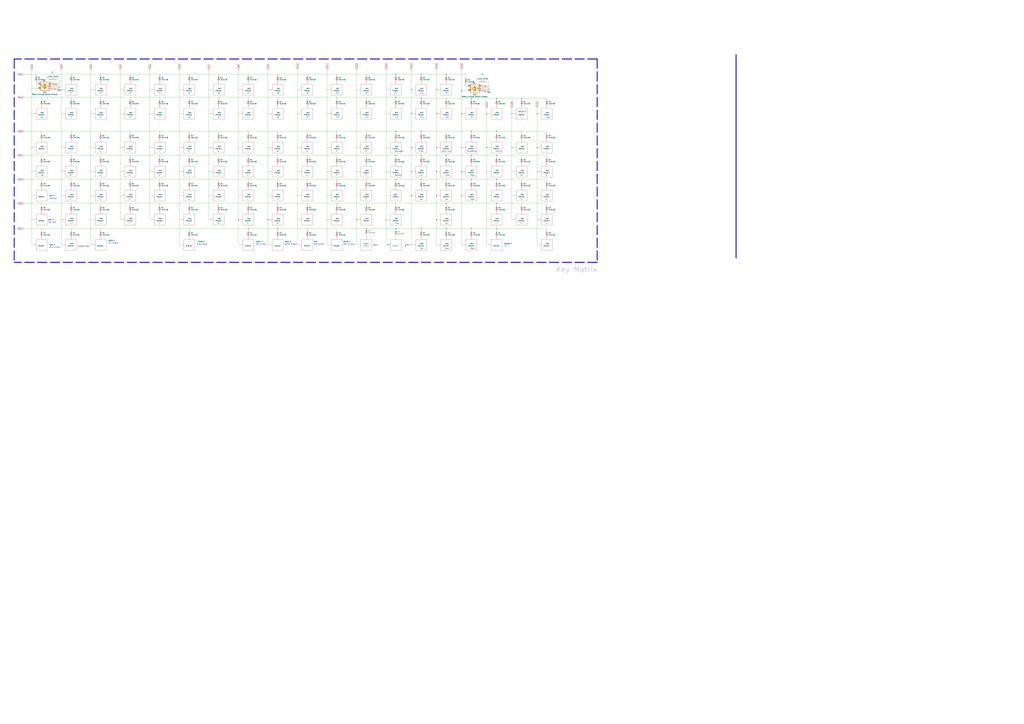
<source format=kicad_sch>
(kicad_sch (version 20210621) (generator eeschema)
  (paper "A0")
  (junction (at 36.83 102.87) (diameter 0.3048))
  (junction (at 36.83 132.08) (diameter 0.3048))
  (junction (at 36.83 171.45) (diameter 0.3048))
  (junction (at 36.83 199.39) (diameter 0.3048))
  (junction (at 36.83 227.33) (diameter 0.3048))
  (junction (at 36.83 255.27) (diameter 0.3048))
  (junction (at 41.91 86.36) (diameter 0.3048))
  (junction (at 48.26 113.03) (diameter 0.3048))
  (junction (at 48.26 152.4) (diameter 0.3048))
  (junction (at 48.26 180.34) (diameter 0.3048))
  (junction (at 48.26 208.28) (diameter 0.3048))
  (junction (at 48.26 236.22) (diameter 0.3048))
  (junction (at 48.26 265.43) (diameter 0.3048))
  (junction (at 68.58 100.33) (diameter 0.3048))
  (junction (at 71.12 104.14) (diameter 0.3048))
  (junction (at 71.12 132.08) (diameter 0.3048))
  (junction (at 71.12 171.45) (diameter 0.3048))
  (junction (at 71.12 199.39) (diameter 0.3048))
  (junction (at 71.12 227.33) (diameter 0.3048))
  (junction (at 71.12 255.27) (diameter 0.3048))
  (junction (at 82.55 86.36) (diameter 0.3048))
  (junction (at 82.55 113.03) (diameter 0.3048))
  (junction (at 82.55 152.4) (diameter 0.3048))
  (junction (at 82.55 180.34) (diameter 0.3048))
  (junction (at 82.55 208.28) (diameter 0.3048))
  (junction (at 82.55 236.22) (diameter 0.3048))
  (junction (at 82.55 265.43) (diameter 0.3048))
  (junction (at 105.41 104.14) (diameter 0.3048))
  (junction (at 105.41 132.08) (diameter 0.3048))
  (junction (at 105.41 171.45) (diameter 0.3048))
  (junction (at 105.41 199.39) (diameter 0.3048))
  (junction (at 105.41 227.33) (diameter 0.3048))
  (junction (at 105.41 255.27) (diameter 0.3048))
  (junction (at 116.84 86.36) (diameter 0.3048))
  (junction (at 116.84 113.03) (diameter 0.3048))
  (junction (at 116.84 152.4) (diameter 0.3048))
  (junction (at 116.84 180.34) (diameter 0.3048))
  (junction (at 116.84 208.28) (diameter 0.3048))
  (junction (at 116.84 236.22) (diameter 0.3048))
  (junction (at 116.84 265.43) (diameter 0.3048))
  (junction (at 139.7 104.14) (diameter 0.3048))
  (junction (at 139.7 132.08) (diameter 0.3048))
  (junction (at 139.7 171.45) (diameter 0.3048))
  (junction (at 139.7 199.39) (diameter 0.3048))
  (junction (at 139.7 227.33) (diameter 0.3048))
  (junction (at 151.13 86.36) (diameter 0.3048))
  (junction (at 151.13 113.03) (diameter 0.3048))
  (junction (at 151.13 152.4) (diameter 0.3048))
  (junction (at 151.13 180.34) (diameter 0.3048))
  (junction (at 151.13 208.28) (diameter 0.3048))
  (junction (at 151.13 236.22) (diameter 0.3048))
  (junction (at 173.99 104.14) (diameter 0.3048))
  (junction (at 173.99 132.08) (diameter 0.3048))
  (junction (at 173.99 171.45) (diameter 0.3048))
  (junction (at 173.99 199.39) (diameter 0.3048))
  (junction (at 173.99 227.33) (diameter 0.3048))
  (junction (at 185.42 86.36) (diameter 0.3048))
  (junction (at 185.42 113.03) (diameter 0.3048))
  (junction (at 185.42 152.4) (diameter 0.3048))
  (junction (at 185.42 180.34) (diameter 0.3048))
  (junction (at 185.42 208.28) (diameter 0.3048))
  (junction (at 185.42 236.22) (diameter 0.3048))
  (junction (at 208.28 104.14) (diameter 0.3048))
  (junction (at 208.28 132.08) (diameter 0.3048))
  (junction (at 208.28 171.45) (diameter 0.3048))
  (junction (at 208.28 199.39) (diameter 0.3048))
  (junction (at 208.28 227.33) (diameter 0.3048))
  (junction (at 208.28 255.27) (diameter 0.3048))
  (junction (at 219.71 86.36) (diameter 0.3048))
  (junction (at 219.71 113.03) (diameter 0.3048))
  (junction (at 219.71 152.4) (diameter 0.3048))
  (junction (at 219.71 180.34) (diameter 0.3048))
  (junction (at 219.71 208.28) (diameter 0.3048))
  (junction (at 219.71 236.22) (diameter 0.3048))
  (junction (at 219.71 265.43) (diameter 0.3048))
  (junction (at 242.57 104.14) (diameter 0.3048))
  (junction (at 242.57 132.08) (diameter 0.3048))
  (junction (at 242.57 171.45) (diameter 0.3048))
  (junction (at 242.57 199.39) (diameter 0.3048))
  (junction (at 242.57 227.33) (diameter 0.3048))
  (junction (at 254 86.36) (diameter 0.3048))
  (junction (at 254 113.03) (diameter 0.3048))
  (junction (at 254 152.4) (diameter 0.3048))
  (junction (at 254 180.34) (diameter 0.3048))
  (junction (at 254 208.28) (diameter 0.3048))
  (junction (at 254 236.22) (diameter 0.3048))
  (junction (at 276.86 104.14) (diameter 0.3048))
  (junction (at 276.86 132.08) (diameter 0.3048))
  (junction (at 276.86 171.45) (diameter 0.3048))
  (junction (at 276.86 199.39) (diameter 0.3048))
  (junction (at 276.86 227.33) (diameter 0.3048))
  (junction (at 276.86 255.27))
  (junction (at 288.29 86.36) (diameter 0.3048))
  (junction (at 288.29 113.03) (diameter 0.3048))
  (junction (at 288.29 152.4) (diameter 0.3048))
  (junction (at 288.29 180.34) (diameter 0.3048))
  (junction (at 288.29 208.28) (diameter 0.3048))
  (junction (at 288.29 236.22) (diameter 0.3048))
  (junction (at 288.29 265.43))
  (junction (at 311.15 104.14) (diameter 0.3048))
  (junction (at 311.15 132.08) (diameter 0.3048))
  (junction (at 311.15 171.45) (diameter 0.3048))
  (junction (at 311.15 199.39) (diameter 0.3048))
  (junction (at 311.15 227.33) (diameter 0.3048))
  (junction (at 311.15 255.27))
  (junction (at 322.58 86.36) (diameter 0.3048))
  (junction (at 322.58 113.03) (diameter 0.3048))
  (junction (at 322.58 152.4) (diameter 0.3048))
  (junction (at 322.58 180.34) (diameter 0.3048))
  (junction (at 322.58 208.28) (diameter 0.3048))
  (junction (at 322.58 236.22) (diameter 0.3048))
  (junction (at 322.58 265.43))
  (junction (at 345.44 104.14) (diameter 0.3048))
  (junction (at 345.44 132.08) (diameter 0.3048))
  (junction (at 345.44 171.45) (diameter 0.3048))
  (junction (at 345.44 199.39) (diameter 0.3048))
  (junction (at 345.44 227.33) (diameter 0.3048))
  (junction (at 345.44 255.27) (diameter 0.3048))
  (junction (at 356.87 86.36) (diameter 0.3048))
  (junction (at 356.87 113.03) (diameter 0.3048))
  (junction (at 356.87 152.4) (diameter 0.3048))
  (junction (at 356.87 180.34) (diameter 0.3048))
  (junction (at 356.87 208.28) (diameter 0.3048))
  (junction (at 356.87 236.22) (diameter 0.3048))
  (junction (at 356.87 265.43) (diameter 0.3048))
  (junction (at 379.73 104.14) (diameter 0.3048))
  (junction (at 379.73 132.08) (diameter 0.3048))
  (junction (at 379.73 171.45) (diameter 0.3048))
  (junction (at 379.73 199.39) (diameter 0.3048))
  (junction (at 379.73 227.33) (diameter 0.3048))
  (junction (at 379.73 255.27) (diameter 0.3048))
  (junction (at 391.16 86.36) (diameter 0.3048))
  (junction (at 391.16 113.03) (diameter 0.3048))
  (junction (at 391.16 152.4) (diameter 0.3048))
  (junction (at 391.16 180.34) (diameter 0.3048))
  (junction (at 391.16 208.28) (diameter 0.3048))
  (junction (at 391.16 236.22) (diameter 0.3048))
  (junction (at 414.02 104.14) (diameter 0.3048))
  (junction (at 414.02 132.08) (diameter 0.3048))
  (junction (at 414.02 171.45) (diameter 0.3048))
  (junction (at 414.02 199.39) (diameter 0.3048))
  (junction (at 414.02 227.33) (diameter 0.3048))
  (junction (at 414.02 255.27))
  (junction (at 425.45 86.36) (diameter 0.3048))
  (junction (at 425.45 113.03) (diameter 0.3048))
  (junction (at 425.45 152.4) (diameter 0.3048))
  (junction (at 425.45 180.34) (diameter 0.3048))
  (junction (at 425.45 208.28) (diameter 0.3048))
  (junction (at 425.45 236.22) (diameter 0.3048))
  (junction (at 425.45 265.43))
  (junction (at 448.31 104.14) (diameter 0.3048))
  (junction (at 448.31 132.08) (diameter 0.3048))
  (junction (at 448.31 171.45) (diameter 0.3048))
  (junction (at 448.31 199.39) (diameter 0.3048))
  (junction (at 448.31 227.33) (diameter 0.3048))
  (junction (at 448.31 255.27))
  (junction (at 450.85 284.48))
  (junction (at 459.74 86.36))
  (junction (at 459.74 113.03))
  (junction (at 459.74 152.4))
  (junction (at 459.74 180.34))
  (junction (at 459.74 208.28))
  (junction (at 459.74 236.22) (diameter 0.3048))
  (junction (at 459.74 265.43))
  (junction (at 477.52 104.14))
  (junction (at 477.52 132.08))
  (junction (at 477.52 171.45))
  (junction (at 477.52 199.39))
  (junction (at 477.52 227.33))
  (junction (at 488.95 86.36))
  (junction (at 488.95 114.3))
  (junction (at 488.95 152.4))
  (junction (at 488.95 180.34))
  (junction (at 488.95 208.28))
  (junction (at 488.95 265.43))
  (junction (at 506.73 104.14))
  (junction (at 506.73 132.08))
  (junction (at 506.73 171.45))
  (junction (at 506.73 199.39))
  (junction (at 506.73 227.33))
  (junction (at 506.73 255.27))
  (junction (at 518.16 86.36))
  (junction (at 518.16 114.3) (diameter 0.3048))
  (junction (at 518.16 180.34))
  (junction (at 518.16 208.28) (diameter 0.3048))
  (junction (at 518.16 236.22))
  (junction (at 518.16 265.43))
  (junction (at 535.94 105.41))
  (junction (at 535.94 132.08))
  (junction (at 535.94 171.45))
  (junction (at 535.94 199.39))
  (junction (at 535.94 227.33))
  (junction (at 547.37 114.3))
  (junction (at 547.37 152.4))
  (junction (at 547.37 180.34))
  (junction (at 547.37 208.28))
  (junction (at 547.37 265.43))
  (junction (at 565.15 132.08))
  (junction (at 565.15 171.45))
  (junction (at 565.15 199.39) (diameter 0.3048))
  (junction (at 565.15 227.33) (diameter 0.3048))
  (junction (at 565.15 255.27) (diameter 0.3048))
  (junction (at 567.69 102.87) (diameter 0.3048))
  (junction (at 576.58 114.3))
  (junction (at 576.58 152.4))
  (junction (at 576.58 180.34))
  (junction (at 576.58 208.28))
  (junction (at 576.58 236.22))
  (junction (at 576.58 265.43))
  (junction (at 594.36 132.08))
  (junction (at 594.36 171.45))
  (junction (at 594.36 199.39) (diameter 0.3048))
  (junction (at 594.36 227.33) (diameter 0.3048))
  (junction (at 605.79 114.3))
  (junction (at 605.79 152.4) (diameter 0.3048))
  (junction (at 605.79 180.34) (diameter 0.3048))
  (junction (at 605.79 208.28) (diameter 0.3048))
  (junction (at 605.79 236.22) (diameter 0.3048))
  (junction (at 623.57 132.08))
  (junction (at 623.57 171.45))
  (junction (at 623.57 199.39) (diameter 0.3048))
  (junction (at 623.57 227.33) (diameter 0.3048))
  (junction (at 623.57 255.27) (diameter 0.3048))
  (wire (pts (xy 27.94 86.36) (xy 41.91 86.36)))
  (wire (pts (xy 27.94 113.03) (xy 48.26 113.03)))
  (wire (pts (xy 27.94 152.4) (xy 48.26 152.4)))
  (wire (pts (xy 27.94 180.34) (xy 48.26 180.34)))
  (wire (pts (xy 27.94 208.28) (xy 48.26 208.28)))
  (wire (pts (xy 27.94 236.22) (xy 48.26 236.22)))
  (wire (pts (xy 27.94 265.43) (xy 48.26 265.43)))
  (wire (pts (xy 36.83 81.28) (xy 36.83 102.87)))
  (wire (pts (xy 36.83 102.87) (xy 36.83 132.08)))
  (wire (pts (xy 36.83 132.08) (xy 36.83 171.45)))
  (wire (pts (xy 36.83 171.45) (xy 36.83 199.39)))
  (wire (pts (xy 36.83 199.39) (xy 36.83 227.33)))
  (wire (pts (xy 36.83 227.33) (xy 36.83 255.27)))
  (wire (pts (xy 36.83 227.33) (xy 39.37 227.33)))
  (wire (pts (xy 36.83 255.27) (xy 36.83 284.48)))
  (wire (pts (xy 36.83 255.27) (xy 39.37 255.27)))
  (wire (pts (xy 36.83 284.48) (xy 39.37 284.48)))
  (wire (pts (xy 39.37 132.08) (xy 36.83 132.08)))
  (wire (pts (xy 39.37 171.45) (xy 36.83 171.45)))
  (wire (pts (xy 39.37 199.39) (xy 36.83 199.39)))
  (wire (pts (xy 41.91 86.36) (xy 82.55 86.36)))
  (wire (pts (xy 41.91 87.63) (xy 41.91 86.36)))
  (wire (pts (xy 41.91 97.79) (xy 41.91 95.25)))
  (wire (pts (xy 44.45 97.79) (xy 41.91 97.79)))
  (wire (pts (xy 44.45 102.87) (xy 36.83 102.87)))
  (wire (pts (xy 48.26 113.03) (xy 48.26 115.57)))
  (wire (pts (xy 48.26 113.03) (xy 82.55 113.03)))
  (wire (pts (xy 48.26 152.4) (xy 48.26 154.94)))
  (wire (pts (xy 48.26 152.4) (xy 82.55 152.4)))
  (wire (pts (xy 48.26 180.34) (xy 48.26 182.88)))
  (wire (pts (xy 48.26 180.34) (xy 82.55 180.34)))
  (wire (pts (xy 48.26 208.28) (xy 48.26 210.82)))
  (wire (pts (xy 48.26 208.28) (xy 82.55 208.28)))
  (wire (pts (xy 48.26 236.22) (xy 48.26 238.76)))
  (wire (pts (xy 48.26 236.22) (xy 82.55 236.22)))
  (wire (pts (xy 48.26 265.43) (xy 48.26 267.97)))
  (wire (pts (xy 48.26 265.43) (xy 82.55 265.43)))
  (wire (pts (xy 52.07 92.71) (xy 57.15 92.71)))
  (wire (pts (xy 64.77 92.71) (xy 68.58 92.71)))
  (wire (pts (xy 68.58 92.71) (xy 68.58 100.33)) (stroke (width 0.1524)))
  (wire (pts (xy 68.58 100.33) (xy 59.69 100.33)))
  (wire (pts (xy 71.12 104.14) (xy 71.12 81.28)))
  (wire (pts (xy 71.12 104.14) (xy 71.12 132.08)))
  (wire (pts (xy 71.12 132.08) (xy 71.12 171.45)))
  (wire (pts (xy 71.12 199.39) (xy 71.12 171.45)))
  (wire (pts (xy 71.12 227.33) (xy 71.12 199.39)))
  (wire (pts (xy 71.12 255.27) (xy 71.12 227.33)))
  (wire (pts (xy 71.12 284.48) (xy 71.12 255.27)))
  (wire (pts (xy 73.66 104.14) (xy 71.12 104.14)))
  (wire (pts (xy 73.66 132.08) (xy 71.12 132.08)))
  (wire (pts (xy 73.66 171.45) (xy 71.12 171.45)))
  (wire (pts (xy 73.66 199.39) (xy 71.12 199.39)))
  (wire (pts (xy 73.66 227.33) (xy 71.12 227.33)))
  (wire (pts (xy 73.66 255.27) (xy 71.12 255.27)))
  (wire (pts (xy 73.66 284.48) (xy 71.12 284.48)))
  (wire (pts (xy 82.55 87.63) (xy 82.55 86.36)))
  (wire (pts (xy 82.55 113.03) (xy 82.55 115.57)))
  (wire (pts (xy 82.55 113.03) (xy 116.84 113.03)))
  (wire (pts (xy 82.55 152.4) (xy 82.55 154.94)))
  (wire (pts (xy 82.55 152.4) (xy 116.84 152.4)))
  (wire (pts (xy 82.55 180.34) (xy 82.55 182.88)))
  (wire (pts (xy 82.55 180.34) (xy 116.84 180.34)))
  (wire (pts (xy 82.55 208.28) (xy 82.55 210.82)))
  (wire (pts (xy 82.55 208.28) (xy 116.84 208.28)))
  (wire (pts (xy 82.55 236.22) (xy 82.55 238.76)))
  (wire (pts (xy 82.55 236.22) (xy 116.84 236.22)))
  (wire (pts (xy 82.55 265.43) (xy 82.55 267.97)))
  (wire (pts (xy 82.55 265.43) (xy 116.84 265.43)))
  (wire (pts (xy 105.41 104.14) (xy 105.41 81.28)))
  (wire (pts (xy 105.41 104.14) (xy 105.41 132.08)))
  (wire (pts (xy 105.41 132.08) (xy 105.41 171.45)))
  (wire (pts (xy 105.41 199.39) (xy 105.41 171.45)))
  (wire (pts (xy 105.41 227.33) (xy 105.41 199.39)))
  (wire (pts (xy 105.41 255.27) (xy 105.41 227.33)))
  (wire (pts (xy 105.41 284.48) (xy 105.41 255.27)))
  (wire (pts (xy 105.41 284.48) (xy 107.95 284.48)))
  (wire (pts (xy 107.95 104.14) (xy 105.41 104.14)))
  (wire (pts (xy 107.95 132.08) (xy 105.41 132.08)))
  (wire (pts (xy 107.95 171.45) (xy 105.41 171.45)))
  (wire (pts (xy 107.95 199.39) (xy 105.41 199.39)))
  (wire (pts (xy 107.95 227.33) (xy 105.41 227.33)))
  (wire (pts (xy 107.95 255.27) (xy 105.41 255.27)))
  (wire (pts (xy 116.84 86.36) (xy 82.55 86.36)))
  (wire (pts (xy 116.84 87.63) (xy 116.84 86.36)))
  (wire (pts (xy 116.84 113.03) (xy 116.84 115.57)))
  (wire (pts (xy 116.84 113.03) (xy 151.13 113.03)))
  (wire (pts (xy 116.84 152.4) (xy 116.84 154.94)))
  (wire (pts (xy 116.84 152.4) (xy 151.13 152.4)))
  (wire (pts (xy 116.84 180.34) (xy 116.84 182.88)))
  (wire (pts (xy 116.84 180.34) (xy 151.13 180.34)))
  (wire (pts (xy 116.84 208.28) (xy 116.84 210.82)))
  (wire (pts (xy 116.84 208.28) (xy 151.13 208.28)))
  (wire (pts (xy 116.84 236.22) (xy 116.84 238.76)))
  (wire (pts (xy 116.84 236.22) (xy 151.13 236.22)))
  (wire (pts (xy 116.84 265.43) (xy 116.84 267.97)))
  (wire (pts (xy 116.84 265.43) (xy 219.71 265.43)))
  (wire (pts (xy 139.7 81.28) (xy 139.7 104.14)))
  (wire (pts (xy 139.7 104.14) (xy 139.7 132.08)))
  (wire (pts (xy 139.7 132.08) (xy 139.7 171.45)))
  (wire (pts (xy 139.7 199.39) (xy 139.7 171.45)))
  (wire (pts (xy 139.7 227.33) (xy 139.7 199.39)))
  (wire (pts (xy 139.7 255.27) (xy 139.7 227.33)))
  (wire (pts (xy 142.24 104.14) (xy 139.7 104.14)))
  (wire (pts (xy 142.24 132.08) (xy 139.7 132.08)))
  (wire (pts (xy 142.24 171.45) (xy 139.7 171.45)))
  (wire (pts (xy 142.24 199.39) (xy 139.7 199.39)))
  (wire (pts (xy 142.24 227.33) (xy 139.7 227.33)))
  (wire (pts (xy 142.24 255.27) (xy 139.7 255.27)))
  (wire (pts (xy 151.13 86.36) (xy 116.84 86.36)))
  (wire (pts (xy 151.13 87.63) (xy 151.13 86.36)))
  (wire (pts (xy 151.13 113.03) (xy 151.13 115.57)))
  (wire (pts (xy 151.13 113.03) (xy 185.42 113.03)))
  (wire (pts (xy 151.13 152.4) (xy 151.13 154.94)))
  (wire (pts (xy 151.13 152.4) (xy 185.42 152.4)))
  (wire (pts (xy 151.13 180.34) (xy 151.13 182.88)))
  (wire (pts (xy 151.13 180.34) (xy 185.42 180.34)))
  (wire (pts (xy 151.13 208.28) (xy 151.13 210.82)))
  (wire (pts (xy 151.13 208.28) (xy 185.42 208.28)))
  (wire (pts (xy 151.13 236.22) (xy 151.13 238.76)))
  (wire (pts (xy 151.13 236.22) (xy 185.42 236.22)))
  (wire (pts (xy 173.99 104.14) (xy 173.99 81.28)))
  (wire (pts (xy 173.99 104.14) (xy 173.99 132.08)))
  (wire (pts (xy 173.99 132.08) (xy 173.99 171.45)))
  (wire (pts (xy 173.99 199.39) (xy 173.99 171.45)))
  (wire (pts (xy 173.99 227.33) (xy 173.99 199.39)))
  (wire (pts (xy 173.99 255.27) (xy 173.99 227.33)))
  (wire (pts (xy 176.53 104.14) (xy 173.99 104.14)))
  (wire (pts (xy 176.53 132.08) (xy 173.99 132.08)))
  (wire (pts (xy 176.53 171.45) (xy 173.99 171.45)))
  (wire (pts (xy 176.53 199.39) (xy 173.99 199.39)))
  (wire (pts (xy 176.53 227.33) (xy 173.99 227.33)))
  (wire (pts (xy 176.53 255.27) (xy 173.99 255.27)))
  (wire (pts (xy 185.42 86.36) (xy 151.13 86.36)))
  (wire (pts (xy 185.42 87.63) (xy 185.42 86.36)))
  (wire (pts (xy 185.42 113.03) (xy 185.42 115.57)))
  (wire (pts (xy 185.42 113.03) (xy 219.71 113.03)))
  (wire (pts (xy 185.42 152.4) (xy 185.42 154.94)))
  (wire (pts (xy 185.42 152.4) (xy 219.71 152.4)))
  (wire (pts (xy 185.42 180.34) (xy 185.42 182.88)))
  (wire (pts (xy 185.42 180.34) (xy 219.71 180.34)))
  (wire (pts (xy 185.42 208.28) (xy 185.42 210.82)))
  (wire (pts (xy 185.42 208.28) (xy 219.71 208.28)))
  (wire (pts (xy 185.42 236.22) (xy 185.42 238.76)))
  (wire (pts (xy 185.42 236.22) (xy 219.71 236.22)))
  (wire (pts (xy 208.28 104.14) (xy 208.28 81.28)))
  (wire (pts (xy 208.28 104.14) (xy 208.28 132.08)))
  (wire (pts (xy 208.28 132.08) (xy 208.28 171.45)))
  (wire (pts (xy 208.28 199.39) (xy 208.28 171.45)))
  (wire (pts (xy 208.28 227.33) (xy 208.28 199.39)))
  (wire (pts (xy 208.28 255.27) (xy 208.28 227.33)))
  (wire (pts (xy 208.28 284.48) (xy 208.28 255.27)))
  (wire (pts (xy 208.28 284.48) (xy 210.82 284.48)))
  (wire (pts (xy 210.82 104.14) (xy 208.28 104.14)))
  (wire (pts (xy 210.82 132.08) (xy 208.28 132.08)))
  (wire (pts (xy 210.82 171.45) (xy 208.28 171.45)))
  (wire (pts (xy 210.82 199.39) (xy 208.28 199.39)))
  (wire (pts (xy 210.82 227.33) (xy 208.28 227.33)))
  (wire (pts (xy 210.82 255.27) (xy 208.28 255.27)))
  (wire (pts (xy 219.71 86.36) (xy 185.42 86.36)))
  (wire (pts (xy 219.71 87.63) (xy 219.71 86.36)))
  (wire (pts (xy 219.71 113.03) (xy 219.71 115.57)))
  (wire (pts (xy 219.71 113.03) (xy 254 113.03)))
  (wire (pts (xy 219.71 152.4) (xy 219.71 154.94)))
  (wire (pts (xy 219.71 152.4) (xy 254 152.4)))
  (wire (pts (xy 219.71 180.34) (xy 219.71 182.88)))
  (wire (pts (xy 219.71 180.34) (xy 254 180.34)))
  (wire (pts (xy 219.71 208.28) (xy 219.71 210.82)))
  (wire (pts (xy 219.71 208.28) (xy 254 208.28)))
  (wire (pts (xy 219.71 236.22) (xy 219.71 238.76)))
  (wire (pts (xy 219.71 236.22) (xy 254 236.22)))
  (wire (pts (xy 219.71 265.43) (xy 219.71 267.97)))
  (wire (pts (xy 219.71 265.43) (xy 288.29 265.43)))
  (wire (pts (xy 242.57 104.14) (xy 242.57 81.28)))
  (wire (pts (xy 242.57 104.14) (xy 242.57 132.08)))
  (wire (pts (xy 242.57 132.08) (xy 242.57 171.45)))
  (wire (pts (xy 242.57 199.39) (xy 242.57 171.45)))
  (wire (pts (xy 242.57 227.33) (xy 242.57 199.39)))
  (wire (pts (xy 242.57 255.27) (xy 242.57 227.33)))
  (wire (pts (xy 245.11 104.14) (xy 242.57 104.14)))
  (wire (pts (xy 245.11 132.08) (xy 242.57 132.08)))
  (wire (pts (xy 245.11 171.45) (xy 242.57 171.45)))
  (wire (pts (xy 245.11 199.39) (xy 242.57 199.39)))
  (wire (pts (xy 245.11 227.33) (xy 242.57 227.33)))
  (wire (pts (xy 245.11 255.27) (xy 242.57 255.27)))
  (wire (pts (xy 254 86.36) (xy 219.71 86.36)))
  (wire (pts (xy 254 87.63) (xy 254 86.36)))
  (wire (pts (xy 254 113.03) (xy 254 115.57)))
  (wire (pts (xy 254 113.03) (xy 288.29 113.03)))
  (wire (pts (xy 254 152.4) (xy 254 154.94)))
  (wire (pts (xy 254 152.4) (xy 288.29 152.4)))
  (wire (pts (xy 254 180.34) (xy 254 182.88)))
  (wire (pts (xy 254 180.34) (xy 288.29 180.34)))
  (wire (pts (xy 254 208.28) (xy 254 210.82)))
  (wire (pts (xy 254 208.28) (xy 288.29 208.28)))
  (wire (pts (xy 254 236.22) (xy 254 238.76)))
  (wire (pts (xy 254 236.22) (xy 288.29 236.22)))
  (wire (pts (xy 276.86 104.14) (xy 276.86 81.28)))
  (wire (pts (xy 276.86 104.14) (xy 276.86 132.08)))
  (wire (pts (xy 276.86 132.08) (xy 276.86 171.45)))
  (wire (pts (xy 276.86 199.39) (xy 276.86 171.45)))
  (wire (pts (xy 276.86 227.33) (xy 276.86 199.39)))
  (wire (pts (xy 276.86 255.27) (xy 276.86 227.33)))
  (wire (pts (xy 276.86 284.48) (xy 276.86 255.27)))
  (wire (pts (xy 276.86 284.48) (xy 279.4 284.48)))
  (wire (pts (xy 279.4 104.14) (xy 276.86 104.14)))
  (wire (pts (xy 279.4 132.08) (xy 276.86 132.08)))
  (wire (pts (xy 279.4 171.45) (xy 276.86 171.45)))
  (wire (pts (xy 279.4 199.39) (xy 276.86 199.39)))
  (wire (pts (xy 279.4 227.33) (xy 276.86 227.33)))
  (wire (pts (xy 279.4 255.27) (xy 276.86 255.27)))
  (wire (pts (xy 288.29 86.36) (xy 254 86.36)))
  (wire (pts (xy 288.29 87.63) (xy 288.29 86.36)))
  (wire (pts (xy 288.29 113.03) (xy 288.29 115.57)))
  (wire (pts (xy 288.29 113.03) (xy 322.58 113.03)))
  (wire (pts (xy 288.29 152.4) (xy 288.29 154.94)))
  (wire (pts (xy 288.29 152.4) (xy 322.58 152.4)))
  (wire (pts (xy 288.29 180.34) (xy 288.29 182.88)))
  (wire (pts (xy 288.29 180.34) (xy 322.58 180.34)))
  (wire (pts (xy 288.29 208.28) (xy 288.29 210.82)))
  (wire (pts (xy 288.29 208.28) (xy 322.58 208.28)))
  (wire (pts (xy 288.29 236.22) (xy 288.29 238.76)))
  (wire (pts (xy 288.29 236.22) (xy 322.58 236.22)))
  (wire (pts (xy 288.29 265.43) (xy 288.29 267.97)))
  (wire (pts (xy 288.29 265.43) (xy 322.58 265.43)))
  (wire (pts (xy 311.15 104.14) (xy 311.15 81.28)))
  (wire (pts (xy 311.15 104.14) (xy 311.15 132.08)))
  (wire (pts (xy 311.15 132.08) (xy 311.15 171.45)))
  (wire (pts (xy 311.15 199.39) (xy 311.15 171.45)))
  (wire (pts (xy 311.15 227.33) (xy 311.15 199.39)))
  (wire (pts (xy 311.15 255.27) (xy 311.15 227.33)))
  (wire (pts (xy 311.15 284.48) (xy 311.15 255.27)))
  (wire (pts (xy 311.15 284.48) (xy 313.69 284.48)))
  (wire (pts (xy 313.69 104.14) (xy 311.15 104.14)))
  (wire (pts (xy 313.69 132.08) (xy 311.15 132.08)))
  (wire (pts (xy 313.69 171.45) (xy 311.15 171.45)))
  (wire (pts (xy 313.69 199.39) (xy 311.15 199.39)))
  (wire (pts (xy 313.69 227.33) (xy 311.15 227.33)))
  (wire (pts (xy 313.69 255.27) (xy 311.15 255.27)))
  (wire (pts (xy 322.58 86.36) (xy 288.29 86.36)))
  (wire (pts (xy 322.58 87.63) (xy 322.58 86.36)))
  (wire (pts (xy 322.58 113.03) (xy 322.58 115.57)))
  (wire (pts (xy 322.58 113.03) (xy 356.87 113.03)))
  (wire (pts (xy 322.58 152.4) (xy 322.58 154.94)))
  (wire (pts (xy 322.58 152.4) (xy 356.87 152.4)))
  (wire (pts (xy 322.58 180.34) (xy 322.58 182.88)))
  (wire (pts (xy 322.58 180.34) (xy 356.87 180.34)))
  (wire (pts (xy 322.58 208.28) (xy 322.58 210.82)))
  (wire (pts (xy 322.58 208.28) (xy 356.87 208.28)))
  (wire (pts (xy 322.58 236.22) (xy 322.58 238.76)))
  (wire (pts (xy 322.58 236.22) (xy 356.87 236.22)))
  (wire (pts (xy 322.58 265.43) (xy 322.58 267.97)))
  (wire (pts (xy 322.58 265.43) (xy 356.87 265.43)))
  (wire (pts (xy 345.44 104.14) (xy 345.44 81.28)))
  (wire (pts (xy 345.44 104.14) (xy 345.44 132.08)))
  (wire (pts (xy 345.44 132.08) (xy 345.44 171.45)))
  (wire (pts (xy 345.44 199.39) (xy 345.44 171.45)))
  (wire (pts (xy 345.44 227.33) (xy 345.44 199.39)))
  (wire (pts (xy 345.44 255.27) (xy 345.44 227.33)))
  (wire (pts (xy 345.44 284.48) (xy 345.44 255.27)))
  (wire (pts (xy 347.98 104.14) (xy 345.44 104.14)))
  (wire (pts (xy 347.98 132.08) (xy 345.44 132.08)))
  (wire (pts (xy 347.98 171.45) (xy 345.44 171.45)))
  (wire (pts (xy 347.98 199.39) (xy 345.44 199.39)))
  (wire (pts (xy 347.98 227.33) (xy 345.44 227.33)))
  (wire (pts (xy 347.98 255.27) (xy 345.44 255.27)))
  (wire (pts (xy 347.98 284.48) (xy 345.44 284.48)))
  (wire (pts (xy 356.87 86.36) (xy 322.58 86.36)))
  (wire (pts (xy 356.87 87.63) (xy 356.87 86.36)))
  (wire (pts (xy 356.87 113.03) (xy 356.87 115.57)))
  (wire (pts (xy 356.87 113.03) (xy 391.16 113.03)))
  (wire (pts (xy 356.87 152.4) (xy 356.87 154.94)))
  (wire (pts (xy 356.87 152.4) (xy 391.16 152.4)))
  (wire (pts (xy 356.87 180.34) (xy 356.87 182.88)))
  (wire (pts (xy 356.87 180.34) (xy 391.16 180.34)))
  (wire (pts (xy 356.87 208.28) (xy 356.87 210.82)))
  (wire (pts (xy 356.87 208.28) (xy 391.16 208.28)))
  (wire (pts (xy 356.87 236.22) (xy 356.87 238.76)))
  (wire (pts (xy 356.87 236.22) (xy 391.16 236.22)))
  (wire (pts (xy 356.87 265.43) (xy 356.87 267.97)))
  (wire (pts (xy 356.87 265.43) (xy 425.45 265.43)))
  (wire (pts (xy 379.73 104.14) (xy 379.73 81.28)))
  (wire (pts (xy 379.73 104.14) (xy 379.73 132.08)))
  (wire (pts (xy 379.73 132.08) (xy 379.73 171.45)))
  (wire (pts (xy 379.73 199.39) (xy 379.73 171.45)))
  (wire (pts (xy 379.73 227.33) (xy 379.73 199.39)))
  (wire (pts (xy 379.73 255.27) (xy 379.73 227.33)))
  (wire (pts (xy 379.73 255.27) (xy 379.73 284.48)))
  (wire (pts (xy 379.73 284.48) (xy 382.27 284.48)))
  (wire (pts (xy 382.27 104.14) (xy 379.73 104.14)))
  (wire (pts (xy 382.27 132.08) (xy 379.73 132.08)))
  (wire (pts (xy 382.27 171.45) (xy 379.73 171.45)))
  (wire (pts (xy 382.27 199.39) (xy 379.73 199.39)))
  (wire (pts (xy 382.27 227.33) (xy 379.73 227.33)))
  (wire (pts (xy 382.27 255.27) (xy 379.73 255.27)))
  (wire (pts (xy 391.16 86.36) (xy 356.87 86.36)))
  (wire (pts (xy 391.16 86.36) (xy 425.45 86.36)))
  (wire (pts (xy 391.16 87.63) (xy 391.16 86.36)))
  (wire (pts (xy 391.16 113.03) (xy 391.16 115.57)))
  (wire (pts (xy 391.16 113.03) (xy 425.45 113.03)))
  (wire (pts (xy 391.16 152.4) (xy 391.16 154.94)))
  (wire (pts (xy 391.16 152.4) (xy 425.45 152.4)))
  (wire (pts (xy 391.16 180.34) (xy 391.16 182.88)))
  (wire (pts (xy 391.16 180.34) (xy 425.45 180.34)))
  (wire (pts (xy 391.16 208.28) (xy 391.16 210.82)))
  (wire (pts (xy 391.16 208.28) (xy 425.45 208.28)))
  (wire (pts (xy 391.16 236.22) (xy 391.16 238.76)))
  (wire (pts (xy 391.16 236.22) (xy 425.45 236.22)))
  (wire (pts (xy 414.02 104.14) (xy 414.02 81.28)))
  (wire (pts (xy 414.02 104.14) (xy 414.02 132.08)))
  (wire (pts (xy 414.02 104.14) (xy 416.56 104.14)))
  (wire (pts (xy 414.02 132.08) (xy 414.02 171.45)))
  (wire (pts (xy 414.02 199.39) (xy 414.02 171.45)))
  (wire (pts (xy 414.02 227.33) (xy 414.02 199.39)))
  (wire (pts (xy 414.02 255.27) (xy 414.02 227.33)))
  (wire (pts (xy 414.02 255.27) (xy 414.02 284.48)))
  (wire (pts (xy 414.02 284.48) (xy 416.56 284.48)))
  (wire (pts (xy 416.56 132.08) (xy 414.02 132.08)))
  (wire (pts (xy 416.56 171.45) (xy 414.02 171.45)))
  (wire (pts (xy 416.56 199.39) (xy 414.02 199.39)))
  (wire (pts (xy 416.56 227.33) (xy 414.02 227.33)))
  (wire (pts (xy 416.56 255.27) (xy 414.02 255.27)))
  (wire (pts (xy 425.45 86.36) (xy 459.74 86.36)))
  (wire (pts (xy 425.45 87.63) (xy 425.45 86.36)))
  (wire (pts (xy 425.45 113.03) (xy 425.45 115.57)))
  (wire (pts (xy 425.45 113.03) (xy 459.74 113.03)))
  (wire (pts (xy 425.45 152.4) (xy 425.45 154.94)))
  (wire (pts (xy 425.45 152.4) (xy 459.74 152.4)))
  (wire (pts (xy 425.45 180.34) (xy 425.45 182.88)))
  (wire (pts (xy 425.45 180.34) (xy 459.74 180.34)))
  (wire (pts (xy 425.45 208.28) (xy 425.45 210.82)))
  (wire (pts (xy 425.45 208.28) (xy 459.74 208.28)))
  (wire (pts (xy 425.45 236.22) (xy 425.45 238.76)))
  (wire (pts (xy 425.45 236.22) (xy 459.74 236.22)))
  (wire (pts (xy 425.45 265.43) (xy 459.74 265.43)))
  (wire (pts (xy 425.45 273.05) (xy 425.45 275.59)))
  (wire (pts (xy 448.31 104.14) (xy 448.31 81.28)))
  (wire (pts (xy 448.31 104.14) (xy 448.31 132.08)))
  (wire (pts (xy 448.31 132.08) (xy 448.31 171.45)))
  (wire (pts (xy 448.31 199.39) (xy 448.31 171.45)))
  (wire (pts (xy 448.31 227.33) (xy 448.31 199.39)))
  (wire (pts (xy 448.31 255.27) (xy 448.31 227.33)))
  (wire (pts (xy 448.31 255.27) (xy 448.31 284.48)))
  (wire (pts (xy 448.31 284.48) (xy 450.85 284.48)))
  (wire (pts (xy 450.85 104.14) (xy 448.31 104.14)))
  (wire (pts (xy 450.85 132.08) (xy 448.31 132.08)))
  (wire (pts (xy 450.85 171.45) (xy 448.31 171.45)))
  (wire (pts (xy 450.85 199.39) (xy 448.31 199.39)))
  (wire (pts (xy 450.85 227.33) (xy 448.31 227.33)))
  (wire (pts (xy 450.85 255.27) (xy 448.31 255.27)))
  (wire (pts (xy 450.85 284.48) (xy 452.12 284.48)))
  (wire (pts (xy 459.74 86.36) (xy 488.95 86.36)))
  (wire (pts (xy 459.74 87.63) (xy 459.74 86.36)))
  (wire (pts (xy 459.74 113.03) (xy 459.74 115.57)))
  (wire (pts (xy 459.74 113.03) (xy 488.95 113.03)))
  (wire (pts (xy 459.74 152.4) (xy 459.74 154.94)))
  (wire (pts (xy 459.74 152.4) (xy 488.95 152.4)))
  (wire (pts (xy 459.74 180.34) (xy 459.74 182.88)))
  (wire (pts (xy 459.74 180.34) (xy 488.95 180.34)))
  (wire (pts (xy 459.74 208.28) (xy 459.74 210.82)))
  (wire (pts (xy 459.74 208.28) (xy 488.95 208.28)))
  (wire (pts (xy 459.74 236.22) (xy 459.74 238.76)))
  (wire (pts (xy 459.74 236.22) (xy 518.16 236.22)))
  (wire (pts (xy 459.74 265.43) (xy 488.95 265.43)))
  (wire (pts (xy 459.74 266.7) (xy 459.74 265.43)))
  (wire (pts (xy 459.74 274.32) (xy 459.74 275.59)))
  (wire (pts (xy 477.52 104.14) (xy 477.52 81.28)))
  (wire (pts (xy 477.52 104.14) (xy 477.52 132.08)))
  (wire (pts (xy 477.52 132.08) (xy 477.52 171.45)))
  (wire (pts (xy 477.52 171.45) (xy 477.52 199.39)))
  (wire (pts (xy 477.52 199.39) (xy 477.52 227.33)))
  (wire (pts (xy 477.52 199.39) (xy 480.06 199.39)))
  (wire (pts (xy 477.52 227.33) (xy 477.52 284.48)))
  (wire (pts (xy 477.52 227.33) (xy 480.06 227.33)))
  (wire (pts (xy 477.52 284.48) (xy 480.06 284.48)))
  (wire (pts (xy 480.06 104.14) (xy 477.52 104.14)))
  (wire (pts (xy 480.06 132.08) (xy 477.52 132.08)))
  (wire (pts (xy 480.06 171.45) (xy 477.52 171.45)))
  (wire (pts (xy 488.95 86.36) (xy 488.95 87.63)))
  (wire (pts (xy 488.95 86.36) (xy 518.16 86.36)))
  (wire (pts (xy 488.95 113.03) (xy 488.95 114.3)))
  (wire (pts (xy 488.95 114.3) (xy 488.95 115.57)))
  (wire (pts (xy 488.95 114.3) (xy 518.16 114.3)))
  (wire (pts (xy 488.95 152.4) (xy 488.95 154.94)))
  (wire (pts (xy 488.95 152.4) (xy 547.37 152.4)))
  (wire (pts (xy 488.95 180.34) (xy 488.95 182.88)))
  (wire (pts (xy 488.95 180.34) (xy 518.16 180.34)))
  (wire (pts (xy 488.95 208.28) (xy 488.95 210.82)))
  (wire (pts (xy 488.95 208.28) (xy 518.16 208.28)))
  (wire (pts (xy 488.95 265.43) (xy 488.95 267.97)))
  (wire (pts (xy 488.95 265.43) (xy 518.16 265.43)))
  (wire (pts (xy 506.73 104.14) (xy 506.73 81.28)))
  (wire (pts (xy 506.73 104.14) (xy 506.73 132.08)))
  (wire (pts (xy 506.73 132.08) (xy 506.73 171.45)))
  (wire (pts (xy 506.73 171.45) (xy 506.73 199.39)))
  (wire (pts (xy 506.73 199.39) (xy 506.73 227.33)))
  (wire (pts (xy 506.73 227.33) (xy 506.73 255.27)))
  (wire (pts (xy 506.73 255.27) (xy 506.73 284.48)))
  (wire (pts (xy 506.73 255.27) (xy 509.27 255.27)))
  (wire (pts (xy 509.27 104.14) (xy 506.73 104.14)))
  (wire (pts (xy 509.27 132.08) (xy 506.73 132.08)))
  (wire (pts (xy 509.27 171.45) (xy 506.73 171.45)))
  (wire (pts (xy 509.27 199.39) (xy 506.73 199.39)))
  (wire (pts (xy 509.27 227.33) (xy 506.73 227.33)))
  (wire (pts (xy 509.27 284.48) (xy 506.73 284.48)))
  (wire (pts (xy 518.16 86.36) (xy 518.16 87.63)))
  (wire (pts (xy 518.16 86.36) (xy 541.02 86.36)))
  (wire (pts (xy 518.16 114.3) (xy 518.16 115.57)))
  (wire (pts (xy 518.16 114.3) (xy 547.37 114.3)))
  (wire (pts (xy 518.16 180.34) (xy 518.16 182.88)))
  (wire (pts (xy 518.16 180.34) (xy 547.37 180.34)))
  (wire (pts (xy 518.16 208.28) (xy 518.16 210.82)))
  (wire (pts (xy 518.16 208.28) (xy 547.37 208.28)))
  (wire (pts (xy 518.16 236.22) (xy 518.16 238.76)))
  (wire (pts (xy 518.16 236.22) (xy 576.58 236.22)))
  (wire (pts (xy 518.16 265.43) (xy 518.16 267.97)))
  (wire (pts (xy 518.16 265.43) (xy 547.37 265.43)))
  (wire (pts (xy 535.94 81.28) (xy 535.94 105.41)))
  (wire (pts (xy 535.94 105.41) (xy 535.94 132.08)))
  (wire (pts (xy 535.94 171.45) (xy 535.94 132.08)))
  (wire (pts (xy 535.94 171.45) (xy 535.94 199.39)))
  (wire (pts (xy 535.94 227.33) (xy 535.94 199.39)))
  (wire (pts (xy 535.94 227.33) (xy 535.94 284.48)))
  (wire (pts (xy 535.94 284.48) (xy 538.48 284.48)))
  (wire (pts (xy 538.48 132.08) (xy 535.94 132.08)))
  (wire (pts (xy 538.48 171.45) (xy 535.94 171.45)))
  (wire (pts (xy 538.48 199.39) (xy 535.94 199.39)))
  (wire (pts (xy 538.48 227.33) (xy 535.94 227.33)))
  (wire (pts (xy 541.02 86.36) (xy 541.02 90.17)))
  (wire (pts (xy 541.02 100.33) (xy 541.02 97.79)))
  (wire (pts (xy 543.56 100.33) (xy 541.02 100.33)))
  (wire (pts (xy 543.56 105.41) (xy 535.94 105.41)))
  (wire (pts (xy 547.37 114.3) (xy 547.37 115.57)))
  (wire (pts (xy 547.37 114.3) (xy 576.58 114.3)))
  (wire (pts (xy 547.37 152.4) (xy 547.37 154.94)))
  (wire (pts (xy 547.37 152.4) (xy 576.58 152.4)))
  (wire (pts (xy 547.37 180.34) (xy 547.37 182.88)))
  (wire (pts (xy 547.37 180.34) (xy 576.58 180.34)))
  (wire (pts (xy 547.37 208.28) (xy 547.37 210.82)))
  (wire (pts (xy 547.37 208.28) (xy 576.58 208.28)))
  (wire (pts (xy 547.37 265.43) (xy 547.37 267.97)))
  (wire (pts (xy 547.37 265.43) (xy 576.58 265.43)))
  (wire (pts (xy 551.18 95.25) (xy 556.26 95.25)))
  (wire (pts (xy 563.88 95.25) (xy 567.69 95.25)))
  (wire (pts (xy 565.15 125.73) (xy 565.15 132.08)))
  (wire (pts (xy 565.15 132.08) (xy 565.15 171.45)))
  (wire (pts (xy 565.15 171.45) (xy 565.15 199.39)))
  (wire (pts (xy 565.15 227.33) (xy 565.15 199.39)))
  (wire (pts (xy 565.15 255.27) (xy 565.15 227.33)))
  (wire (pts (xy 565.15 284.48) (xy 565.15 255.27)))
  (wire (pts (xy 567.69 95.25) (xy 567.69 102.87)) (stroke (width 0.1524)))
  (wire (pts (xy 567.69 102.87) (xy 558.8 102.87)))
  (wire (pts (xy 567.69 132.08) (xy 565.15 132.08)))
  (wire (pts (xy 567.69 171.45) (xy 565.15 171.45)))
  (wire (pts (xy 567.69 199.39) (xy 565.15 199.39)))
  (wire (pts (xy 567.69 227.33) (xy 565.15 227.33)))
  (wire (pts (xy 567.69 255.27) (xy 565.15 255.27)))
  (wire (pts (xy 567.69 284.48) (xy 565.15 284.48)))
  (wire (pts (xy 576.58 114.3) (xy 576.58 115.57)))
  (wire (pts (xy 576.58 114.3) (xy 605.79 114.3)))
  (wire (pts (xy 576.58 152.4) (xy 605.79 152.4)))
  (wire (pts (xy 576.58 154.94) (xy 576.58 152.4)))
  (wire (pts (xy 576.58 180.34) (xy 576.58 182.88)))
  (wire (pts (xy 576.58 180.34) (xy 605.79 180.34)))
  (wire (pts (xy 576.58 208.28) (xy 576.58 210.82)))
  (wire (pts (xy 576.58 208.28) (xy 605.79 208.28)))
  (wire (pts (xy 576.58 236.22) (xy 576.58 238.76)))
  (wire (pts (xy 576.58 236.22) (xy 605.79 236.22)))
  (wire (pts (xy 576.58 265.43) (xy 576.58 267.97)))
  (wire (pts (xy 576.58 265.43) (xy 635 265.43)))
  (wire (pts (xy 594.36 125.73) (xy 594.36 132.08)))
  (wire (pts (xy 594.36 132.08) (xy 594.36 171.45)))
  (wire (pts (xy 594.36 171.45) (xy 594.36 199.39)))
  (wire (pts (xy 594.36 227.33) (xy 594.36 199.39)))
  (wire (pts (xy 594.36 255.27) (xy 594.36 227.33)))
  (wire (pts (xy 596.9 132.08) (xy 594.36 132.08)))
  (wire (pts (xy 596.9 171.45) (xy 594.36 171.45)))
  (wire (pts (xy 596.9 199.39) (xy 594.36 199.39)))
  (wire (pts (xy 596.9 227.33) (xy 594.36 227.33)))
  (wire (pts (xy 596.9 255.27) (xy 594.36 255.27)))
  (wire (pts (xy 605.79 114.3) (xy 605.79 115.57)))
  (wire (pts (xy 605.79 114.3) (xy 635 114.3)))
  (wire (pts (xy 605.79 152.4) (xy 605.79 154.94)))
  (wire (pts (xy 605.79 152.4) (xy 635 152.4)))
  (wire (pts (xy 605.79 180.34) (xy 605.79 182.88)))
  (wire (pts (xy 605.79 180.34) (xy 635 180.34)))
  (wire (pts (xy 605.79 208.28) (xy 605.79 210.82)))
  (wire (pts (xy 605.79 208.28) (xy 635 208.28)))
  (wire (pts (xy 605.79 236.22) (xy 605.79 238.76)))
  (wire (pts (xy 623.57 125.73) (xy 623.57 132.08)))
  (wire (pts (xy 623.57 132.08) (xy 623.57 171.45)))
  (wire (pts (xy 623.57 171.45) (xy 623.57 199.39)))
  (wire (pts (xy 623.57 227.33) (xy 623.57 199.39)))
  (wire (pts (xy 623.57 255.27) (xy 623.57 227.33)))
  (wire (pts (xy 623.57 284.48) (xy 623.57 255.27)))
  (wire (pts (xy 626.11 132.08) (xy 623.57 132.08)))
  (wire (pts (xy 626.11 171.45) (xy 623.57 171.45)))
  (wire (pts (xy 626.11 199.39) (xy 623.57 199.39)))
  (wire (pts (xy 626.11 227.33) (xy 623.57 227.33)))
  (wire (pts (xy 626.11 255.27) (xy 623.57 255.27)))
  (wire (pts (xy 626.11 284.48) (xy 623.57 284.48)))
  (wire (pts (xy 635 114.3) (xy 635 115.57)))
  (wire (pts (xy 635 152.4) (xy 635 154.94)))
  (wire (pts (xy 635 180.34) (xy 635 182.88)))
  (wire (pts (xy 635 208.28) (xy 635 210.82)))
  (wire (pts (xy 635 236.22) (xy 605.79 236.22)))
  (wire (pts (xy 635 236.22) (xy 635 238.76)))
  (wire (pts (xy 635 265.43) (xy 635 267.97)))
  (polyline (pts (xy 16.51 68.58) (xy 16.51 304.8)) (stroke (width 0.9906) (type dash)))
  (polyline (pts (xy 693.42 68.58) (xy 16.51 68.58)) (stroke (width 0.9906) (type dash)))
  (polyline (pts (xy 693.42 68.58) (xy 693.42 304.8)) (stroke (width 0.9906) (type dash)))
  (polyline (pts (xy 693.42 304.8) (xy 16.51 304.8)) (stroke (width 0.9906) (type dash)))
  (polyline (pts (xy 854.71 63.5) (xy 854.71 299.72)) (stroke (width 0.9906) (type solid)))
  (text "Esc" (at 46.99 137.16 0) (effects (font (size 1.27 1.27)) (justify left bottom)))
  (text "`~{}" (at 46.99 176.53 0) (effects (font (size 1.27 1.27)) (justify left bottom)))
  (text "Tab" (at 46.99 204.47 0) (effects (font (size 1.27 1.27)) (justify left bottom)))
  (text "ISO Lshift\n" (at 55.88 259.08 0) (effects (font (size 1.27 1.27)) (justify left bottom)))
  (text "CapsLock" (at 57.15 231.14 0) (effects (font (size 1.27 1.27)) (justify left bottom)))
  (text "LCtrl (1.25u)" (at 57.15 288.29 0) (effects (font (size 1.27 1.27)) (justify left bottom)))
  (text "P1" (at 81.28 109.22 0) (effects (font (size 1.27 1.27)) (justify left bottom)))
  (text "F1" (at 81.28 137.16 0) (effects (font (size 1.27 1.27)) (justify left bottom)))
  (text "1" (at 81.28 176.53 0) (effects (font (size 1.27 1.27)) (justify left bottom)))
  (text "Q" (at 81.28 204.47 0) (effects (font (size 1.27 1.27)) (justify left bottom)))
  (text "A\n" (at 81.28 232.41 0) (effects (font (size 1.27 1.27)) (justify left bottom)))
  (text "<>" (at 81.28 260.35 0) (effects (font (size 1.27 1.27)) (justify left bottom)))
  (text "SUPER(1.25u)" (at 90.17 287.02 0) (effects (font (size 1.27 1.27)) (justify left bottom)))
  (text "P2" (at 115.57 109.22 0) (effects (font (size 1.27 1.27)) (justify left bottom)))
  (text "F2" (at 115.57 137.16 0) (effects (font (size 1.27 1.27)) (justify left bottom)))
  (text "2" (at 115.57 176.53 0) (effects (font (size 1.27 1.27)) (justify left bottom)))
  (text "W" (at 115.57 204.47 0) (effects (font (size 1.27 1.27)) (justify left bottom)))
  (text "S" (at 115.57 232.41 0) (effects (font (size 1.27 1.27)) (justify left bottom)))
  (text "Y" (at 116.84 260.35 0) (effects (font (size 1.27 1.27)) (justify left bottom)))
  (text "LAlt (1.25u)\n" (at 125.73 283.21 0) (effects (font (size 1.27 1.27)) (justify left bottom)))
  (text "P3" (at 149.86 109.22 0) (effects (font (size 1.27 1.27)) (justify left bottom)))
  (text "F3" (at 149.86 137.16 0) (effects (font (size 1.27 1.27)) (justify left bottom)))
  (text "3" (at 149.86 176.53 0) (effects (font (size 1.27 1.27)) (justify left bottom)))
  (text "E" (at 149.86 204.47 0) (effects (font (size 1.27 1.27)) (justify left bottom)))
  (text "D\n" (at 149.86 232.41 0) (effects (font (size 1.27 1.27)) (justify left bottom)))
  (text "X" (at 149.86 260.35 0) (effects (font (size 1.27 1.27)) (justify left bottom)))
  (text "P4" (at 184.15 109.22 0) (effects (font (size 1.27 1.27)) (justify left bottom)))
  (text "F4" (at 184.15 137.16 0) (effects (font (size 1.27 1.27)) (justify left bottom)))
  (text "4" (at 184.15 176.53 0) (effects (font (size 1.27 1.27)) (justify left bottom)))
  (text "R" (at 184.15 204.47 0) (effects (font (size 1.27 1.27)) (justify left bottom)))
  (text "F" (at 184.15 232.41 0) (effects (font (size 1.27 1.27)) (justify left bottom)))
  (text "C" (at 184.15 260.35 0) (effects (font (size 1.27 1.27)) (justify left bottom)))
  (text "P5" (at 218.44 109.22 0) (effects (font (size 1.27 1.27)) (justify left bottom)))
  (text "F5" (at 218.44 137.16 0) (effects (font (size 1.27 1.27)) (justify left bottom)))
  (text "5" (at 218.44 176.53 0) (effects (font (size 1.27 1.27)) (justify left bottom)))
  (text "T" (at 218.44 204.47 0) (effects (font (size 1.27 1.27)) (justify left bottom)))
  (text "G" (at 218.44 232.41 0) (effects (font (size 1.27 1.27)) (justify left bottom)))
  (text "V" (at 218.44 260.35 0) (effects (font (size 1.27 1.27)) (justify left bottom)))
  (text "6.25u Space" (at 228.6 284.48 0) (effects (font (size 1.27 1.27)) (justify left bottom)))
  (text "P6" (at 252.73 109.22 0) (effects (font (size 1.27 1.27)) (justify left bottom)))
  (text "F6" (at 252.73 137.16 0) (effects (font (size 1.27 1.27)) (justify left bottom)))
  (text "6" (at 252.73 176.53 0) (effects (font (size 1.27 1.27)) (justify left bottom)))
  (text "Z" (at 252.73 204.47 0) (effects (font (size 1.27 1.27)) (justify left bottom)))
  (text "H" (at 252.73 232.41 0) (effects (font (size 1.27 1.27)) (justify left bottom)))
  (text "B" (at 252.73 260.35 0) (effects (font (size 1.27 1.27)) (justify left bottom)))
  (text "P7" (at 287.02 109.22 0) (effects (font (size 1.27 1.27)) (justify left bottom)))
  (text "F7" (at 287.02 137.16 0) (effects (font (size 1.27 1.27)) (justify left bottom)))
  (text "7" (at 287.02 176.53 0) (effects (font (size 1.27 1.27)) (justify left bottom)))
  (text "U" (at 287.02 204.47 0) (effects (font (size 1.27 1.27)) (justify left bottom)))
  (text "J" (at 287.02 232.41 0) (effects (font (size 1.27 1.27)) (justify left bottom)))
  (text "N" (at 287.02 260.35 0) (effects (font (size 1.27 1.27)) (justify left bottom)))
  (text "RAlt (1.25u)" (at 297.18 284.48 0) (effects (font (size 1.27 1.27)) (justify left bottom)))
  (text "P8" (at 321.31 109.22 0) (effects (font (size 1.27 1.27)) (justify left bottom)))
  (text "F8" (at 321.31 137.16 0) (effects (font (size 1.27 1.27)) (justify left bottom)))
  (text "8" (at 321.31 176.53 0) (effects (font (size 1.27 1.27)) (justify left bottom)))
  (text "I" (at 321.31 204.47 0) (effects (font (size 1.27 1.27)) (justify left bottom)))
  (text "K" (at 321.31 232.41 0) (effects (font (size 1.27 1.27)) (justify left bottom)))
  (text "M" (at 321.31 260.35 0) (effects (font (size 1.27 1.27)) (justify left bottom)))
  (text "SUPER (1.25u)" (at 330.2 284.48 0) (effects (font (size 1.27 1.27)) (justify left bottom)))
  (text "P9" (at 355.6 109.22 0) (effects (font (size 1.27 1.27)) (justify left bottom)))
  (text "F9" (at 355.6 137.16 0) (effects (font (size 1.27 1.27)) (justify left bottom)))
  (text "9" (at 355.6 176.53 0) (effects (font (size 1.27 1.27)) (justify left bottom)))
  (text "O" (at 355.6 204.47 0) (effects (font (size 1.27 1.27)) (justify left bottom)))
  (text "L" (at 355.6 232.41 0) (effects (font (size 1.27 1.27)) (justify left bottom)))
  (text "," (at 355.6 260.35 0) (effects (font (size 1.27 1.27)) (justify left bottom)))
  (text "Menu(1.25u)" (at 364.49 284.48 0) (effects (font (size 1.27 1.27)) (justify left bottom)))
  (text "P10" (at 389.89 109.22 0) (effects (font (size 1.27 1.27)) (justify left bottom)))
  (text "F10" (at 389.89 137.16 0) (effects (font (size 1.27 1.27)) (justify left bottom)))
  (text "0" (at 389.89 176.53 0) (effects (font (size 1.27 1.27)) (justify left bottom)))
  (text "P" (at 389.89 204.47 0) (effects (font (size 1.27 1.27)) (justify left bottom)))
  (text "Ö" (at 389.89 232.41 0) (effects (font (size 1.27 1.27)) (justify left bottom)))
  (text "." (at 389.89 260.35 0) (effects (font (size 1.27 1.27)) (justify left bottom)))
  (text "RCtrl (1.25u)" (at 398.78 284.48 0) (effects (font (size 1.27 1.27)) (justify left bottom)))
  (text "P11" (at 424.18 109.22 0) (effects (font (size 1.27 1.27)) (justify left bottom)))
  (text "F11" (at 424.18 137.16 0) (effects (font (size 1.27 1.27)) (justify left bottom)))
  (text "ß" (at 424.18 176.53 0) (effects (font (size 1.27 1.27)) (justify left bottom)))
  (text "Ü" (at 424.18 204.47 0) (effects (font (size 1.27 1.27)) (justify left bottom)))
  (text "Ä" (at 424.18 232.41 0) (effects (font (size 1.27 1.27)) (justify left bottom)))
  (text "-" (at 424.18 260.35 0) (effects (font (size 1.27 1.27)) (justify left bottom)))
  (text "RShift" (at 433.07 285.75 0) (effects (font (size 1.27 1.27)) (justify left bottom)))
  (text "P12" (at 457.2 109.22 0) (effects (font (size 1.27 1.27)) (justify left bottom)))
  (text "*" (at 457.2 232.41 0) (effects (font (size 1.27 1.27)) (justify left bottom)))
  (text "F12" (at 458.47 137.16 0) (effects (font (size 1.27 1.27)) (justify left bottom)))
  (text "Backspace" (at 458.47 176.53 0) (effects (font (size 1.27 1.27)) (justify left bottom)))
  (text "Backtick" (at 458.47 204.47 0) (effects (font (size 1.27 1.27)) (justify left bottom)))
  (text "Enter" (at 458.47 260.35 0) (effects (font (size 1.27 1.27)) (justify left bottom)))
  (text "#" (at 469.9 287.02 0) (effects (font (size 1.27 1.27)) (justify left bottom)))
  (text "PrtSc" (at 486.41 176.53 0) (effects (font (size 1.27 1.27)) (justify left bottom)))
  (text "P13" (at 487.68 109.22 0) (effects (font (size 1.27 1.27)) (justify left bottom)))
  (text "P15" (at 487.68 137.16 0) (effects (font (size 1.27 1.27)) (justify left bottom)))
  (text "Ins" (at 487.68 204.47 0) (effects (font (size 1.27 1.27)) (justify left bottom)))
  (text "Del" (at 487.68 232.41 0) (effects (font (size 1.27 1.27)) (justify left bottom)))
  (text "Left" (at 487.68 289.56 0) (effects (font (size 1.27 1.27)) (justify left bottom)))
  (text "Scroll Lock\n" (at 513.08 176.53 0) (effects (font (size 1.27 1.27)) (justify left bottom)))
  (text "P14" (at 516.89 109.22 0) (effects (font (size 1.27 1.27)) (justify left bottom)))
  (text "P16" (at 516.89 137.16 0) (effects (font (size 1.27 1.27)) (justify left bottom)))
  (text "Home" (at 516.89 204.47 0) (effects (font (size 1.27 1.27)) (justify left bottom)))
  (text "End" (at 516.89 232.41 0) (effects (font (size 1.27 1.27)) (justify left bottom)))
  (text "Up" (at 516.89 260.35 0) (effects (font (size 1.27 1.27)) (justify left bottom)))
  (text "Down" (at 516.89 289.56 0) (effects (font (size 1.27 1.27)) (justify left bottom)))
  (text "PauseBreak" (at 542.29 176.53 0) (effects (font (size 1.27 1.27)) (justify left bottom)))
  (text "P17" (at 546.1 137.16 0) (effects (font (size 1.27 1.27)) (justify left bottom)))
  (text "PgUp" (at 546.1 204.47 0) (effects (font (size 1.27 1.27)) (justify left bottom)))
  (text "PgDn" (at 546.1 232.41 0) (effects (font (size 1.27 1.27)) (justify left bottom)))
  (text "Right" (at 546.1 289.56 0) (effects (font (size 1.27 1.27)) (justify left bottom)))
  (text "-" (at 575.31 138.43 0) (effects (font (size 1.27 1.27)) (justify left bottom)))
  (text "NumLck" (at 575.31 176.53 0) (effects (font (size 1.27 1.27)) (justify left bottom)))
  (text "7" (at 575.31 204.47 0) (effects (font (size 1.27 1.27)) (justify left bottom)))
  (text "4" (at 575.31 232.41 0) (effects (font (size 1.27 1.27)) (justify left bottom)))
  (text "1" (at 575.31 260.35 0) (effects (font (size 1.27 1.27)) (justify left bottom)))
  (text "0" (at 586.74 287.02 0) (effects (font (size 1.27 1.27)) (justify left bottom)))
  (text "/" (at 604.52 177.8 0) (effects (font (size 1.27 1.27)) (justify left bottom)))
  (text "8" (at 604.52 204.47 0) (effects (font (size 1.27 1.27)) (justify left bottom)))
  (text "5" (at 604.52 232.41 0) (effects (font (size 1.27 1.27)) (justify left bottom)))
  (text "2" (at 604.52 260.35 0) (effects (font (size 1.27 1.27)) (justify left bottom)))
  (text "+" (at 605.79 138.43 0) (effects (font (size 1.27 1.27)) (justify left bottom)))
  (text "Enter" (at 633.73 137.16 0) (effects (font (size 1.27 1.27)) (justify left bottom)))
  (text "*" (at 633.73 177.8 0) (effects (font (size 1.27 1.27)) (justify left bottom)))
  (text "9" (at 633.73 204.47 0) (effects (font (size 1.27 1.27)) (justify left bottom)))
  (text "6" (at 633.73 232.41 0) (effects (font (size 1.27 1.27)) (justify left bottom)))
  (text "3" (at 633.73 260.35 0) (effects (font (size 1.27 1.27)) (justify left bottom)))
  (text "." (at 633.73 289.56 0) (effects (font (size 1.27 1.27)) (justify left bottom)))
  (text "Key Matrix" (at 645.795 316.865 0) (effects (font (size 5.9944 5.9944)) (justify left bottom)))
  (global_label "Row1" (shape input) (at 27.94 86.36 180) (property "Intersheet References" "${INTERSHEET_REFS}" (effects hide)))
  (global_label "Row2" (shape input) (at 27.94 113.03 180) (property "Intersheet References" "${INTERSHEET_REFS}" (effects hide)))
  (global_label "Row3" (shape input) (at 27.94 152.4 180) (property "Intersheet References" "${INTERSHEET_REFS}" (effects hide)))
  (global_label "Row4" (shape input) (at 27.94 180.34 180) (property "Intersheet References" "${INTERSHEET_REFS}" (effects hide)))
  (global_label "Row5" (shape input) (at 27.94 208.28 180) (property "Intersheet References" "${INTERSHEET_REFS}" (effects hide)))
  (global_label "Row6" (shape input) (at 27.94 236.22 180) (property "Intersheet References" "${INTERSHEET_REFS}" (effects hide)))
  (global_label "Row7" (shape input) (at 27.94 265.43 180) (property "Intersheet References" "${INTERSHEET_REFS}" (effects hide)))
  (global_label "Col1" (shape input) (at 36.83 81.28 90) (property "Intersheet References" "${INTERSHEET_REFS}" (effects hide)))
  (global_label "EncB" (shape bidirectional) (at 59.69 97.79 0) (property "Intersheet References" "${INTERSHEET_REFS}" (effects hide)))
  (global_label "EncA" (shape bidirectional) (at 59.69 102.87 0) (property "Intersheet References" "${INTERSHEET_REFS}" (effects hide)))
  (global_label "Col2" (shape input) (at 71.12 81.28 90) (property "Intersheet References" "${INTERSHEET_REFS}" (effects hide)))
  (global_label "Col3" (shape input) (at 105.41 81.28 90) (property "Intersheet References" "${INTERSHEET_REFS}" (effects hide)))
  (global_label "Col4" (shape input) (at 139.7 81.28 90) (property "Intersheet References" "${INTERSHEET_REFS}" (effects hide)))
  (global_label "Col5" (shape input) (at 173.99 81.28 90) (property "Intersheet References" "${INTERSHEET_REFS}" (effects hide)))
  (global_label "Col6" (shape input) (at 208.28 81.28 90) (property "Intersheet References" "${INTERSHEET_REFS}" (effects hide)))
  (global_label "Col7" (shape input) (at 242.57 81.28 90) (property "Intersheet References" "${INTERSHEET_REFS}" (effects hide)))
  (global_label "Col8" (shape input) (at 276.86 81.28 90) (property "Intersheet References" "${INTERSHEET_REFS}" (effects hide)))
  (global_label "Col9" (shape input) (at 311.15 81.28 90) (property "Intersheet References" "${INTERSHEET_REFS}" (effects hide)))
  (global_label "Col10" (shape input) (at 345.44 81.28 90) (property "Intersheet References" "${INTERSHEET_REFS}" (effects hide)))
  (global_label "Col11" (shape input) (at 379.73 81.28 90) (property "Intersheet References" "${INTERSHEET_REFS}" (effects hide)))
  (global_label "Col12" (shape input) (at 414.02 81.28 90) (property "Intersheet References" "${INTERSHEET_REFS}" (effects hide)))
  (global_label "Col13" (shape input) (at 448.31 81.28 90) (property "Intersheet References" "${INTERSHEET_REFS}" (effects hide)))
  (global_label "Col14" (shape input) (at 477.52 81.28 90) (property "Intersheet References" "${INTERSHEET_REFS}" (effects hide)))
  (global_label "Col15" (shape input) (at 506.73 81.28 90) (property "Intersheet References" "${INTERSHEET_REFS}" (effects hide)))
  (global_label "Col16" (shape input) (at 535.94 81.28 90) (property "Intersheet References" "${INTERSHEET_REFS}" (effects hide)))
  (global_label "EncB" (shape bidirectional) (at 558.8 100.33 0) (property "Intersheet References" "${INTERSHEET_REFS}" (effects hide)))
  (global_label "EncA" (shape bidirectional) (at 558.8 105.41 0) (property "Intersheet References" "${INTERSHEET_REFS}" (effects hide)))
  (global_label "Col17" (shape input) (at 565.15 125.73 90) (property "Intersheet References" "${INTERSHEET_REFS}" (effects hide)))
  (global_label "Col18" (shape input) (at 594.36 125.73 90) (property "Intersheet References" "${INTERSHEET_REFS}" (effects hide)))
  (global_label "Col19" (shape input) (at 623.57 125.73 90) (property "Intersheet References" "${INTERSHEET_REFS}" (effects hide)))
  (symbol (lib_id "power:GND") (at 68.58 100.33 0) (unit 1)
    (property "Reference" "#PWR?" (effects hide))
    (property "Value" "GND" (at 68.707 104.7242 0))
  )
  (symbol (lib_id "power:GND") (at 567.69 102.87 0) (unit 1)
    (property "Reference" "#PWR?" (effects hide))
    (property "Value" "GND" (at 567.817 107.2642 0))
  )
  (symbol (lib_id "Device:L_Core_Ferrite") (at 60.96 92.71 90) (unit 1)
    (property "Reference" "L?" (at 60.96 83.82 90))
    (property "Value" "L_Core_Ferrite" (at 60.96 88.9 90))
    (property "Footprint" "Inductor_SMD:L_0805_2012Metric_Pad1.15x1.40mm_HandSolder" (effects hide))
  )
  (symbol (lib_id "Device:L_Core_Ferrite") (at 560.07 95.25 90) (unit 1)
    (property "Reference" "L?" (at 560.07 86.36 90))
    (property "Value" "L_Core_Ferrite" (at 560.07 91.44 90))
    (property "Footprint" "Inductor_SMD:L_0805_2012Metric_Pad1.15x1.40mm_HandSolder" (effects hide))
  )
  (symbol (lib_id "Diode:1N4148") (at 41.91 91.44 270) (unit 1)
    (property "Reference" "D?" (at 43.9166 90.2716 90) (effects (justify left)))
    (property "Value" "1N4148" (at 43.9166 92.583 90) (effects (justify left)))
    (property "Footprint" "acheronComponents:D_SOD-123" (effects hide))
    (property "Datasheet" "https://assets.nexperia.com/documents/data-sheet/1N4148_1N4448.pdf" (effects hide))
  )
  (symbol (lib_id "Diode:1N4148") (at 48.26 119.38 270) (unit 1)
    (property "Reference" "D?" (at 50.2666 118.2116 90) (effects (justify left)))
    (property "Value" "1N4148" (at 50.2666 120.523 90) (effects (justify left)))
    (property "Footprint" "acheronComponents:D_SOD-123" (effects hide))
    (property "Datasheet" "https://assets.nexperia.com/documents/data-sheet/1N4148_1N4448.pdf" (effects hide))
  )
  (symbol (lib_id "Diode:1N4148") (at 48.26 158.75 270) (unit 1)
    (property "Reference" "D?" (at 50.2666 157.5816 90) (effects (justify left)))
    (property "Value" "1N4148" (at 50.2666 159.893 90) (effects (justify left)))
    (property "Footprint" "acheronComponents:D_SOD-123" (effects hide))
    (property "Datasheet" "https://assets.nexperia.com/documents/data-sheet/1N4148_1N4448.pdf" (effects hide))
  )
  (symbol (lib_id "Diode:1N4148") (at 48.26 186.69 270) (unit 1)
    (property "Reference" "D?" (at 50.2666 185.5216 90) (effects (justify left)))
    (property "Value" "1N4148" (at 50.2666 187.833 90) (effects (justify left)))
    (property "Footprint" "acheronComponents:D_SOD-123" (effects hide))
    (property "Datasheet" "https://assets.nexperia.com/documents/data-sheet/1N4148_1N4448.pdf" (effects hide))
  )
  (symbol (lib_id "Diode:1N4148") (at 48.26 214.63 270) (unit 1)
    (property "Reference" "D?" (at 50.2666 213.4616 90) (effects (justify left)))
    (property "Value" "1N4148" (at 50.2666 215.773 90) (effects (justify left)))
    (property "Footprint" "acheronComponents:D_SOD-123" (effects hide))
    (property "Datasheet" "https://assets.nexperia.com/documents/data-sheet/1N4148_1N4448.pdf" (effects hide))
  )
  (symbol (lib_id "Diode:1N4148") (at 48.26 242.57 270) (unit 1)
    (property "Reference" "D?" (at 50.2666 241.4016 90) (effects (justify left)))
    (property "Value" "1N4148" (at 50.2666 243.713 90) (effects (justify left)))
    (property "Footprint" "acheronComponents:D_SOD-123" (effects hide))
    (property "Datasheet" "https://assets.nexperia.com/documents/data-sheet/1N4148_1N4448.pdf" (effects hide))
  )
  (symbol (lib_id "Diode:1N4148") (at 48.26 271.78 270) (unit 1)
    (property "Reference" "D?" (at 50.2666 270.6116 90) (effects (justify left)))
    (property "Value" "1N4148" (at 50.2666 272.923 90) (effects (justify left)))
    (property "Footprint" "acheronComponents:D_SOD-123" (effects hide))
    (property "Datasheet" "https://assets.nexperia.com/documents/data-sheet/1N4148_1N4448.pdf" (effects hide))
  )
  (symbol (lib_id "Diode:1N4148") (at 82.55 91.44 270) (unit 1)
    (property "Reference" "D?" (at 84.5566 90.2716 90) (effects (justify left)))
    (property "Value" "1N4148" (at 84.5566 92.583 90) (effects (justify left)))
    (property "Footprint" "acheronComponents:D_SOD-123" (effects hide))
    (property "Datasheet" "https://assets.nexperia.com/documents/data-sheet/1N4148_1N4448.pdf" (effects hide))
  )
  (symbol (lib_id "Diode:1N4148") (at 82.55 119.38 270) (unit 1)
    (property "Reference" "D?" (at 84.5566 118.2116 90) (effects (justify left)))
    (property "Value" "1N4148" (at 84.5566 120.523 90) (effects (justify left)))
    (property "Footprint" "acheronComponents:D_SOD-123" (effects hide))
    (property "Datasheet" "https://assets.nexperia.com/documents/data-sheet/1N4148_1N4448.pdf" (effects hide))
  )
  (symbol (lib_id "Diode:1N4148") (at 82.55 158.75 270) (unit 1)
    (property "Reference" "D?" (at 84.5566 157.5816 90) (effects (justify left)))
    (property "Value" "1N4148" (at 84.5566 159.893 90) (effects (justify left)))
    (property "Footprint" "acheronComponents:D_SOD-123" (effects hide))
    (property "Datasheet" "https://assets.nexperia.com/documents/data-sheet/1N4148_1N4448.pdf" (effects hide))
  )
  (symbol (lib_id "Diode:1N4148") (at 82.55 186.69 270) (unit 1)
    (property "Reference" "D?" (at 84.5566 185.5216 90) (effects (justify left)))
    (property "Value" "1N4148" (at 84.5566 187.833 90) (effects (justify left)))
    (property "Footprint" "acheronComponents:D_SOD-123" (effects hide))
    (property "Datasheet" "https://assets.nexperia.com/documents/data-sheet/1N4148_1N4448.pdf" (effects hide))
  )
  (symbol (lib_id "Diode:1N4148") (at 82.55 214.63 270) (unit 1)
    (property "Reference" "D?" (at 84.5566 213.4616 90) (effects (justify left)))
    (property "Value" "1N4148" (at 84.5566 215.773 90) (effects (justify left)))
    (property "Footprint" "acheronComponents:D_SOD-123" (effects hide))
    (property "Datasheet" "https://assets.nexperia.com/documents/data-sheet/1N4148_1N4448.pdf" (effects hide))
  )
  (symbol (lib_id "Diode:1N4148") (at 82.55 242.57 270) (unit 1)
    (property "Reference" "D?" (at 84.5566 241.4016 90) (effects (justify left)))
    (property "Value" "1N4148" (at 84.5566 243.713 90) (effects (justify left)))
    (property "Footprint" "acheronComponents:D_SOD-123" (effects hide))
    (property "Datasheet" "https://assets.nexperia.com/documents/data-sheet/1N4148_1N4448.pdf" (effects hide))
  )
  (symbol (lib_id "Diode:1N4148") (at 82.55 271.78 270) (unit 1)
    (property "Reference" "D?" (at 84.5566 270.6116 90) (effects (justify left)))
    (property "Value" "1N4148" (at 84.5566 272.923 90) (effects (justify left)))
    (property "Footprint" "acheronComponents:D_SOD-123" (effects hide))
    (property "Datasheet" "https://assets.nexperia.com/documents/data-sheet/1N4148_1N4448.pdf" (effects hide))
  )
  (symbol (lib_id "Diode:1N4148") (at 116.84 91.44 270) (unit 1)
    (property "Reference" "D?" (at 118.8466 90.2716 90) (effects (justify left)))
    (property "Value" "1N4148" (at 118.8466 92.583 90) (effects (justify left)))
    (property "Footprint" "acheronComponents:D_SOD-123" (effects hide))
    (property "Datasheet" "https://assets.nexperia.com/documents/data-sheet/1N4148_1N4448.pdf" (effects hide))
  )
  (symbol (lib_id "Diode:1N4148") (at 116.84 119.38 270) (unit 1)
    (property "Reference" "D?" (at 118.8466 118.2116 90) (effects (justify left)))
    (property "Value" "1N4148" (at 118.8466 120.523 90) (effects (justify left)))
    (property "Footprint" "acheronComponents:D_SOD-123" (effects hide))
    (property "Datasheet" "https://assets.nexperia.com/documents/data-sheet/1N4148_1N4448.pdf" (effects hide))
  )
  (symbol (lib_id "Diode:1N4148") (at 116.84 158.75 270) (unit 1)
    (property "Reference" "D?" (at 118.8466 157.5816 90) (effects (justify left)))
    (property "Value" "1N4148" (at 118.8466 159.893 90) (effects (justify left)))
    (property "Footprint" "acheronComponents:D_SOD-123" (effects hide))
    (property "Datasheet" "https://assets.nexperia.com/documents/data-sheet/1N4148_1N4448.pdf" (effects hide))
  )
  (symbol (lib_id "Diode:1N4148") (at 116.84 186.69 270) (unit 1)
    (property "Reference" "D?" (at 118.8466 185.5216 90) (effects (justify left)))
    (property "Value" "1N4148" (at 118.8466 187.833 90) (effects (justify left)))
    (property "Footprint" "acheronComponents:D_SOD-123" (effects hide))
    (property "Datasheet" "https://assets.nexperia.com/documents/data-sheet/1N4148_1N4448.pdf" (effects hide))
  )
  (symbol (lib_id "Diode:1N4148") (at 116.84 214.63 270) (unit 1)
    (property "Reference" "D?" (at 118.8466 213.4616 90) (effects (justify left)))
    (property "Value" "1N4148" (at 118.8466 215.773 90) (effects (justify left)))
    (property "Footprint" "acheronComponents:D_SOD-123" (effects hide))
    (property "Datasheet" "https://assets.nexperia.com/documents/data-sheet/1N4148_1N4448.pdf" (effects hide))
  )
  (symbol (lib_id "Diode:1N4148") (at 116.84 242.57 270) (unit 1)
    (property "Reference" "D?" (at 118.8466 241.4016 90) (effects (justify left)))
    (property "Value" "1N4148" (at 118.8466 243.713 90) (effects (justify left)))
    (property "Footprint" "acheronComponents:D_SOD-123" (effects hide))
    (property "Datasheet" "https://assets.nexperia.com/documents/data-sheet/1N4148_1N4448.pdf" (effects hide))
  )
  (symbol (lib_id "Diode:1N4148") (at 116.84 271.78 270) (unit 1)
    (property "Reference" "D?" (at 118.8466 270.6116 90) (effects (justify left)))
    (property "Value" "1N4148" (at 118.8466 272.923 90) (effects (justify left)))
    (property "Footprint" "acheronComponents:D_SOD-123" (effects hide))
    (property "Datasheet" "https://assets.nexperia.com/documents/data-sheet/1N4148_1N4448.pdf" (effects hide))
  )
  (symbol (lib_id "Diode:1N4148") (at 151.13 91.44 270) (unit 1)
    (property "Reference" "D?" (at 153.1366 90.2716 90) (effects (justify left)))
    (property "Value" "1N4148" (at 153.1366 92.583 90) (effects (justify left)))
    (property "Footprint" "acheronComponents:D_SOD-123" (effects hide))
    (property "Datasheet" "https://assets.nexperia.com/documents/data-sheet/1N4148_1N4448.pdf" (effects hide))
  )
  (symbol (lib_id "Diode:1N4148") (at 151.13 119.38 270) (unit 1)
    (property "Reference" "D?" (at 153.1366 118.2116 90) (effects (justify left)))
    (property "Value" "1N4148" (at 153.1366 120.523 90) (effects (justify left)))
    (property "Footprint" "acheronComponents:D_SOD-123" (effects hide))
    (property "Datasheet" "https://assets.nexperia.com/documents/data-sheet/1N4148_1N4448.pdf" (effects hide))
  )
  (symbol (lib_id "Diode:1N4148") (at 151.13 158.75 270) (unit 1)
    (property "Reference" "D?" (at 153.1366 157.5816 90) (effects (justify left)))
    (property "Value" "1N4148" (at 153.1366 159.893 90) (effects (justify left)))
    (property "Footprint" "acheronComponents:D_SOD-123" (effects hide))
    (property "Datasheet" "https://assets.nexperia.com/documents/data-sheet/1N4148_1N4448.pdf" (effects hide))
  )
  (symbol (lib_id "Diode:1N4148") (at 151.13 186.69 270) (unit 1)
    (property "Reference" "D?" (at 153.1366 185.5216 90) (effects (justify left)))
    (property "Value" "1N4148" (at 153.1366 187.833 90) (effects (justify left)))
    (property "Footprint" "acheronComponents:D_SOD-123" (effects hide))
    (property "Datasheet" "https://assets.nexperia.com/documents/data-sheet/1N4148_1N4448.pdf" (effects hide))
  )
  (symbol (lib_id "Diode:1N4148") (at 151.13 214.63 270) (unit 1)
    (property "Reference" "D?" (at 153.1366 213.4616 90) (effects (justify left)))
    (property "Value" "1N4148" (at 153.1366 215.773 90) (effects (justify left)))
    (property "Footprint" "acheronComponents:D_SOD-123" (effects hide))
    (property "Datasheet" "https://assets.nexperia.com/documents/data-sheet/1N4148_1N4448.pdf" (effects hide))
  )
  (symbol (lib_id "Diode:1N4148") (at 151.13 242.57 270) (unit 1)
    (property "Reference" "D?" (at 153.1366 241.4016 90) (effects (justify left)))
    (property "Value" "1N4148" (at 153.1366 243.713 90) (effects (justify left)))
    (property "Footprint" "acheronComponents:D_SOD-123" (effects hide))
    (property "Datasheet" "https://assets.nexperia.com/documents/data-sheet/1N4148_1N4448.pdf" (effects hide))
  )
  (symbol (lib_id "Diode:1N4148") (at 185.42 91.44 270) (unit 1)
    (property "Reference" "D?" (at 187.4266 90.2716 90) (effects (justify left)))
    (property "Value" "1N4148" (at 187.4266 92.583 90) (effects (justify left)))
    (property "Footprint" "acheronComponents:D_SOD-123" (effects hide))
    (property "Datasheet" "https://assets.nexperia.com/documents/data-sheet/1N4148_1N4448.pdf" (effects hide))
  )
  (symbol (lib_id "Diode:1N4148") (at 185.42 119.38 270) (unit 1)
    (property "Reference" "D?" (at 187.4266 118.2116 90) (effects (justify left)))
    (property "Value" "1N4148" (at 187.4266 120.523 90) (effects (justify left)))
    (property "Footprint" "acheronComponents:D_SOD-123" (effects hide))
    (property "Datasheet" "https://assets.nexperia.com/documents/data-sheet/1N4148_1N4448.pdf" (effects hide))
  )
  (symbol (lib_id "Diode:1N4148") (at 185.42 158.75 270) (unit 1)
    (property "Reference" "D?" (at 187.4266 157.5816 90) (effects (justify left)))
    (property "Value" "1N4148" (at 187.4266 159.893 90) (effects (justify left)))
    (property "Footprint" "acheronComponents:D_SOD-123" (effects hide))
    (property "Datasheet" "https://assets.nexperia.com/documents/data-sheet/1N4148_1N4448.pdf" (effects hide))
  )
  (symbol (lib_id "Diode:1N4148") (at 185.42 186.69 270) (unit 1)
    (property "Reference" "D?" (at 187.4266 185.5216 90) (effects (justify left)))
    (property "Value" "1N4148" (at 187.4266 187.833 90) (effects (justify left)))
    (property "Footprint" "acheronComponents:D_SOD-123" (effects hide))
    (property "Datasheet" "https://assets.nexperia.com/documents/data-sheet/1N4148_1N4448.pdf" (effects hide))
  )
  (symbol (lib_id "Diode:1N4148") (at 185.42 214.63 270) (unit 1)
    (property "Reference" "D?" (at 187.4266 213.4616 90) (effects (justify left)))
    (property "Value" "1N4148" (at 187.4266 215.773 90) (effects (justify left)))
    (property "Footprint" "acheronComponents:D_SOD-123" (effects hide))
    (property "Datasheet" "https://assets.nexperia.com/documents/data-sheet/1N4148_1N4448.pdf" (effects hide))
  )
  (symbol (lib_id "Diode:1N4148") (at 185.42 242.57 270) (unit 1)
    (property "Reference" "D?" (at 187.4266 241.4016 90) (effects (justify left)))
    (property "Value" "1N4148" (at 187.4266 243.713 90) (effects (justify left)))
    (property "Footprint" "acheronComponents:D_SOD-123" (effects hide))
    (property "Datasheet" "https://assets.nexperia.com/documents/data-sheet/1N4148_1N4448.pdf" (effects hide))
  )
  (symbol (lib_id "Diode:1N4148") (at 219.71 91.44 270) (unit 1)
    (property "Reference" "D?" (at 221.7166 90.2716 90) (effects (justify left)))
    (property "Value" "1N4148" (at 221.7166 92.583 90) (effects (justify left)))
    (property "Footprint" "acheronComponents:D_SOD-123" (effects hide))
    (property "Datasheet" "https://assets.nexperia.com/documents/data-sheet/1N4148_1N4448.pdf" (effects hide))
  )
  (symbol (lib_id "Diode:1N4148") (at 219.71 119.38 270) (unit 1)
    (property "Reference" "D?" (at 221.7166 118.2116 90) (effects (justify left)))
    (property "Value" "1N4148" (at 221.7166 120.523 90) (effects (justify left)))
    (property "Footprint" "acheronComponents:D_SOD-123" (effects hide))
    (property "Datasheet" "https://assets.nexperia.com/documents/data-sheet/1N4148_1N4448.pdf" (effects hide))
  )
  (symbol (lib_id "Diode:1N4148") (at 219.71 158.75 270) (unit 1)
    (property "Reference" "D?" (at 221.7166 157.5816 90) (effects (justify left)))
    (property "Value" "1N4148" (at 221.7166 159.893 90) (effects (justify left)))
    (property "Footprint" "acheronComponents:D_SOD-123" (effects hide))
    (property "Datasheet" "https://assets.nexperia.com/documents/data-sheet/1N4148_1N4448.pdf" (effects hide))
  )
  (symbol (lib_id "Diode:1N4148") (at 219.71 186.69 270) (unit 1)
    (property "Reference" "D?" (at 221.7166 185.5216 90) (effects (justify left)))
    (property "Value" "1N4148" (at 221.7166 187.833 90) (effects (justify left)))
    (property "Footprint" "acheronComponents:D_SOD-123" (effects hide))
    (property "Datasheet" "https://assets.nexperia.com/documents/data-sheet/1N4148_1N4448.pdf" (effects hide))
  )
  (symbol (lib_id "Diode:1N4148") (at 219.71 214.63 270) (unit 1)
    (property "Reference" "D?" (at 221.7166 213.4616 90) (effects (justify left)))
    (property "Value" "1N4148" (at 221.7166 215.773 90) (effects (justify left)))
    (property "Footprint" "acheronComponents:D_SOD-123" (effects hide))
    (property "Datasheet" "https://assets.nexperia.com/documents/data-sheet/1N4148_1N4448.pdf" (effects hide))
  )
  (symbol (lib_id "Diode:1N4148") (at 219.71 242.57 270) (unit 1)
    (property "Reference" "D?" (at 221.7166 241.4016 90) (effects (justify left)))
    (property "Value" "1N4148" (at 221.7166 243.713 90) (effects (justify left)))
    (property "Footprint" "acheronComponents:D_SOD-123" (effects hide))
    (property "Datasheet" "https://assets.nexperia.com/documents/data-sheet/1N4148_1N4448.pdf" (effects hide))
  )
  (symbol (lib_id "Diode:1N4148") (at 219.71 271.78 270) (unit 1)
    (property "Reference" "D?" (at 221.7166 270.6116 90) (effects (justify left)))
    (property "Value" "1N4148" (at 221.7166 272.923 90) (effects (justify left)))
    (property "Footprint" "acheronComponents:D_SOD-123" (effects hide))
    (property "Datasheet" "https://assets.nexperia.com/documents/data-sheet/1N4148_1N4448.pdf" (effects hide))
  )
  (symbol (lib_id "Diode:1N4148") (at 254 91.44 270) (unit 1)
    (property "Reference" "D?" (at 256.0066 90.2716 90) (effects (justify left)))
    (property "Value" "1N4148" (at 256.0066 92.583 90) (effects (justify left)))
    (property "Footprint" "acheronComponents:D_SOD-123" (effects hide))
    (property "Datasheet" "https://assets.nexperia.com/documents/data-sheet/1N4148_1N4448.pdf" (effects hide))
  )
  (symbol (lib_id "Diode:1N4148") (at 254 119.38 270) (unit 1)
    (property "Reference" "D?" (at 256.0066 118.2116 90) (effects (justify left)))
    (property "Value" "1N4148" (at 256.0066 120.523 90) (effects (justify left)))
    (property "Footprint" "acheronComponents:D_SOD-123" (effects hide))
    (property "Datasheet" "https://assets.nexperia.com/documents/data-sheet/1N4148_1N4448.pdf" (effects hide))
  )
  (symbol (lib_id "Diode:1N4148") (at 254 158.75 270) (unit 1)
    (property "Reference" "D?" (at 256.0066 157.5816 90) (effects (justify left)))
    (property "Value" "1N4148" (at 256.0066 159.893 90) (effects (justify left)))
    (property "Footprint" "acheronComponents:D_SOD-123" (effects hide))
    (property "Datasheet" "https://assets.nexperia.com/documents/data-sheet/1N4148_1N4448.pdf" (effects hide))
  )
  (symbol (lib_id "Diode:1N4148") (at 254 186.69 270) (unit 1)
    (property "Reference" "D?" (at 256.0066 185.5216 90) (effects (justify left)))
    (property "Value" "1N4148" (at 256.0066 187.833 90) (effects (justify left)))
    (property "Footprint" "acheronComponents:D_SOD-123" (effects hide))
    (property "Datasheet" "https://assets.nexperia.com/documents/data-sheet/1N4148_1N4448.pdf" (effects hide))
  )
  (symbol (lib_id "Diode:1N4148") (at 254 214.63 270) (unit 1)
    (property "Reference" "D?" (at 256.0066 213.4616 90) (effects (justify left)))
    (property "Value" "1N4148" (at 256.0066 215.773 90) (effects (justify left)))
    (property "Footprint" "acheronComponents:D_SOD-123" (effects hide))
    (property "Datasheet" "https://assets.nexperia.com/documents/data-sheet/1N4148_1N4448.pdf" (effects hide))
  )
  (symbol (lib_id "Diode:1N4148") (at 254 242.57 270) (unit 1)
    (property "Reference" "D?" (at 256.0066 241.4016 90) (effects (justify left)))
    (property "Value" "1N4148" (at 256.0066 243.713 90) (effects (justify left)))
    (property "Footprint" "acheronComponents:D_SOD-123" (effects hide))
    (property "Datasheet" "https://assets.nexperia.com/documents/data-sheet/1N4148_1N4448.pdf" (effects hide))
  )
  (symbol (lib_id "Diode:1N4148") (at 288.29 91.44 270) (unit 1)
    (property "Reference" "D?" (at 290.2966 90.2716 90) (effects (justify left)))
    (property "Value" "1N4148" (at 290.2966 92.583 90) (effects (justify left)))
    (property "Footprint" "acheronComponents:D_SOD-123" (effects hide))
    (property "Datasheet" "https://assets.nexperia.com/documents/data-sheet/1N4148_1N4448.pdf" (effects hide))
  )
  (symbol (lib_id "Diode:1N4148") (at 288.29 119.38 270) (unit 1)
    (property "Reference" "D?" (at 290.2966 118.2116 90) (effects (justify left)))
    (property "Value" "1N4148" (at 290.2966 120.523 90) (effects (justify left)))
    (property "Footprint" "acheronComponents:D_SOD-123" (effects hide))
    (property "Datasheet" "https://assets.nexperia.com/documents/data-sheet/1N4148_1N4448.pdf" (effects hide))
  )
  (symbol (lib_id "Diode:1N4148") (at 288.29 158.75 270) (unit 1)
    (property "Reference" "D?" (at 290.2966 157.5816 90) (effects (justify left)))
    (property "Value" "1N4148" (at 290.2966 159.893 90) (effects (justify left)))
    (property "Footprint" "acheronComponents:D_SOD-123" (effects hide))
    (property "Datasheet" "https://assets.nexperia.com/documents/data-sheet/1N4148_1N4448.pdf" (effects hide))
  )
  (symbol (lib_id "Diode:1N4148") (at 288.29 186.69 270) (unit 1)
    (property "Reference" "D?" (at 290.2966 185.5216 90) (effects (justify left)))
    (property "Value" "1N4148" (at 290.2966 187.833 90) (effects (justify left)))
    (property "Footprint" "acheronComponents:D_SOD-123" (effects hide))
    (property "Datasheet" "https://assets.nexperia.com/documents/data-sheet/1N4148_1N4448.pdf" (effects hide))
  )
  (symbol (lib_id "Diode:1N4148") (at 288.29 214.63 270) (unit 1)
    (property "Reference" "D?" (at 290.2966 213.4616 90) (effects (justify left)))
    (property "Value" "1N4148" (at 290.2966 215.773 90) (effects (justify left)))
    (property "Footprint" "acheronComponents:D_SOD-123" (effects hide))
    (property "Datasheet" "https://assets.nexperia.com/documents/data-sheet/1N4148_1N4448.pdf" (effects hide))
  )
  (symbol (lib_id "Diode:1N4148") (at 288.29 242.57 270) (unit 1)
    (property "Reference" "D?" (at 290.2966 241.4016 90) (effects (justify left)))
    (property "Value" "1N4148" (at 290.2966 243.713 90) (effects (justify left)))
    (property "Footprint" "acheronComponents:D_SOD-123" (effects hide))
    (property "Datasheet" "https://assets.nexperia.com/documents/data-sheet/1N4148_1N4448.pdf" (effects hide))
  )
  (symbol (lib_id "Diode:1N4148") (at 288.29 271.78 270) (unit 1)
    (property "Reference" "D?" (at 290.2966 270.6116 90) (effects (justify left)))
    (property "Value" "1N4148" (at 290.2966 272.923 90) (effects (justify left)))
    (property "Footprint" "acheronComponents:D_SOD-123" (effects hide))
    (property "Datasheet" "https://assets.nexperia.com/documents/data-sheet/1N4148_1N4448.pdf" (effects hide))
  )
  (symbol (lib_id "Diode:1N4148") (at 322.58 91.44 270) (unit 1)
    (property "Reference" "D?" (at 324.5866 90.2716 90) (effects (justify left)))
    (property "Value" "1N4148" (at 324.5866 92.583 90) (effects (justify left)))
    (property "Footprint" "acheronComponents:D_SOD-123" (effects hide))
    (property "Datasheet" "https://assets.nexperia.com/documents/data-sheet/1N4148_1N4448.pdf" (effects hide))
  )
  (symbol (lib_id "Diode:1N4148") (at 322.58 119.38 270) (unit 1)
    (property "Reference" "D?" (at 324.5866 118.2116 90) (effects (justify left)))
    (property "Value" "1N4148" (at 324.5866 120.523 90) (effects (justify left)))
    (property "Footprint" "acheronComponents:D_SOD-123" (effects hide))
    (property "Datasheet" "https://assets.nexperia.com/documents/data-sheet/1N4148_1N4448.pdf" (effects hide))
  )
  (symbol (lib_id "Diode:1N4148") (at 322.58 158.75 270) (unit 1)
    (property "Reference" "D?" (at 324.5866 157.5816 90) (effects (justify left)))
    (property "Value" "1N4148" (at 324.5866 159.893 90) (effects (justify left)))
    (property "Footprint" "acheronComponents:D_SOD-123" (effects hide))
    (property "Datasheet" "https://assets.nexperia.com/documents/data-sheet/1N4148_1N4448.pdf" (effects hide))
  )
  (symbol (lib_id "Diode:1N4148") (at 322.58 186.69 270) (unit 1)
    (property "Reference" "D?" (at 324.5866 185.5216 90) (effects (justify left)))
    (property "Value" "1N4148" (at 324.5866 187.833 90) (effects (justify left)))
    (property "Footprint" "acheronComponents:D_SOD-123" (effects hide))
    (property "Datasheet" "https://assets.nexperia.com/documents/data-sheet/1N4148_1N4448.pdf" (effects hide))
  )
  (symbol (lib_id "Diode:1N4148") (at 322.58 214.63 270) (unit 1)
    (property "Reference" "D?" (at 324.5866 213.4616 90) (effects (justify left)))
    (property "Value" "1N4148" (at 324.5866 215.773 90) (effects (justify left)))
    (property "Footprint" "acheronComponents:D_SOD-123" (effects hide))
    (property "Datasheet" "https://assets.nexperia.com/documents/data-sheet/1N4148_1N4448.pdf" (effects hide))
  )
  (symbol (lib_id "Diode:1N4148") (at 322.58 242.57 270) (unit 1)
    (property "Reference" "D?" (at 324.5866 241.4016 90) (effects (justify left)))
    (property "Value" "1N4148" (at 324.5866 243.713 90) (effects (justify left)))
    (property "Footprint" "acheronComponents:D_SOD-123" (effects hide))
    (property "Datasheet" "https://assets.nexperia.com/documents/data-sheet/1N4148_1N4448.pdf" (effects hide))
  )
  (symbol (lib_id "Diode:1N4148") (at 322.58 271.78 270) (unit 1)
    (property "Reference" "D?" (at 324.5866 270.6116 90) (effects (justify left)))
    (property "Value" "1N4148" (at 324.5866 272.923 90) (effects (justify left)))
    (property "Footprint" "acheronComponents:D_SOD-123" (effects hide))
    (property "Datasheet" "https://assets.nexperia.com/documents/data-sheet/1N4148_1N4448.pdf" (effects hide))
  )
  (symbol (lib_id "Diode:1N4148") (at 356.87 91.44 270) (unit 1)
    (property "Reference" "D?" (at 358.8766 90.2716 90) (effects (justify left)))
    (property "Value" "1N4148" (at 358.8766 92.583 90) (effects (justify left)))
    (property "Footprint" "acheronComponents:D_SOD-123" (effects hide))
    (property "Datasheet" "https://assets.nexperia.com/documents/data-sheet/1N4148_1N4448.pdf" (effects hide))
  )
  (symbol (lib_id "Diode:1N4148") (at 356.87 119.38 270) (unit 1)
    (property "Reference" "D?" (at 358.8766 118.2116 90) (effects (justify left)))
    (property "Value" "1N4148" (at 358.8766 120.523 90) (effects (justify left)))
    (property "Footprint" "acheronComponents:D_SOD-123" (effects hide))
    (property "Datasheet" "https://assets.nexperia.com/documents/data-sheet/1N4148_1N4448.pdf" (effects hide))
  )
  (symbol (lib_id "Diode:1N4148") (at 356.87 158.75 270) (unit 1)
    (property "Reference" "D?" (at 358.8766 157.5816 90) (effects (justify left)))
    (property "Value" "1N4148" (at 358.8766 159.893 90) (effects (justify left)))
    (property "Footprint" "acheronComponents:D_SOD-123" (effects hide))
    (property "Datasheet" "https://assets.nexperia.com/documents/data-sheet/1N4148_1N4448.pdf" (effects hide))
  )
  (symbol (lib_id "Diode:1N4148") (at 356.87 186.69 270) (unit 1)
    (property "Reference" "D?" (at 358.8766 185.5216 90) (effects (justify left)))
    (property "Value" "1N4148" (at 358.8766 187.833 90) (effects (justify left)))
    (property "Footprint" "acheronComponents:D_SOD-123" (effects hide))
    (property "Datasheet" "https://assets.nexperia.com/documents/data-sheet/1N4148_1N4448.pdf" (effects hide))
  )
  (symbol (lib_id "Diode:1N4148") (at 356.87 214.63 270) (unit 1)
    (property "Reference" "D?" (at 358.8766 213.4616 90) (effects (justify left)))
    (property "Value" "1N4148" (at 358.8766 215.773 90) (effects (justify left)))
    (property "Footprint" "acheronComponents:D_SOD-123" (effects hide))
    (property "Datasheet" "https://assets.nexperia.com/documents/data-sheet/1N4148_1N4448.pdf" (effects hide))
  )
  (symbol (lib_id "Diode:1N4148") (at 356.87 242.57 270) (unit 1)
    (property "Reference" "D?" (at 358.8766 241.4016 90) (effects (justify left)))
    (property "Value" "1N4148" (at 358.8766 243.713 90) (effects (justify left)))
    (property "Footprint" "acheronComponents:D_SOD-123" (effects hide))
    (property "Datasheet" "https://assets.nexperia.com/documents/data-sheet/1N4148_1N4448.pdf" (effects hide))
  )
  (symbol (lib_id "Diode:1N4148") (at 356.87 271.78 270) (unit 1)
    (property "Reference" "D?" (at 358.8766 270.6116 90) (effects (justify left)))
    (property "Value" "1N4148" (at 358.8766 272.923 90) (effects (justify left)))
    (property "Footprint" "acheronComponents:D_SOD-123" (effects hide))
    (property "Datasheet" "https://assets.nexperia.com/documents/data-sheet/1N4148_1N4448.pdf" (effects hide))
  )
  (symbol (lib_id "Diode:1N4148") (at 391.16 91.44 270) (unit 1)
    (property "Reference" "D?" (at 393.1666 90.2716 90) (effects (justify left)))
    (property "Value" "1N4148" (at 393.1666 92.583 90) (effects (justify left)))
    (property "Footprint" "acheronComponents:D_SOD-123" (effects hide))
    (property "Datasheet" "https://assets.nexperia.com/documents/data-sheet/1N4148_1N4448.pdf" (effects hide))
  )
  (symbol (lib_id "Diode:1N4148") (at 391.16 119.38 270) (unit 1)
    (property "Reference" "D?" (at 393.1666 118.2116 90) (effects (justify left)))
    (property "Value" "1N4148" (at 393.1666 120.523 90) (effects (justify left)))
    (property "Footprint" "acheronComponents:D_SOD-123" (effects hide))
    (property "Datasheet" "https://assets.nexperia.com/documents/data-sheet/1N4148_1N4448.pdf" (effects hide))
  )
  (symbol (lib_id "Diode:1N4148") (at 391.16 158.75 270) (unit 1)
    (property "Reference" "D?" (at 393.1666 157.5816 90) (effects (justify left)))
    (property "Value" "1N4148" (at 393.1666 159.893 90) (effects (justify left)))
    (property "Footprint" "acheronComponents:D_SOD-123" (effects hide))
    (property "Datasheet" "https://assets.nexperia.com/documents/data-sheet/1N4148_1N4448.pdf" (effects hide))
  )
  (symbol (lib_id "Diode:1N4148") (at 391.16 186.69 270) (unit 1)
    (property "Reference" "D?" (at 393.1666 185.5216 90) (effects (justify left)))
    (property "Value" "1N4148" (at 393.1666 187.833 90) (effects (justify left)))
    (property "Footprint" "acheronComponents:D_SOD-123" (effects hide))
    (property "Datasheet" "https://assets.nexperia.com/documents/data-sheet/1N4148_1N4448.pdf" (effects hide))
  )
  (symbol (lib_id "Diode:1N4148") (at 391.16 214.63 270) (unit 1)
    (property "Reference" "D?" (at 393.1666 213.4616 90) (effects (justify left)))
    (property "Value" "1N4148" (at 393.1666 215.773 90) (effects (justify left)))
    (property "Footprint" "acheronComponents:D_SOD-123" (effects hide))
    (property "Datasheet" "https://assets.nexperia.com/documents/data-sheet/1N4148_1N4448.pdf" (effects hide))
  )
  (symbol (lib_id "Diode:1N4148") (at 391.16 242.57 270) (unit 1)
    (property "Reference" "D?" (at 393.1666 241.4016 90) (effects (justify left)))
    (property "Value" "1N4148" (at 393.1666 243.713 90) (effects (justify left)))
    (property "Footprint" "acheronComponents:D_SOD-123" (effects hide))
    (property "Datasheet" "https://assets.nexperia.com/documents/data-sheet/1N4148_1N4448.pdf" (effects hide))
  )
  (symbol (lib_id "Diode:1N4148") (at 391.16 271.78 270) (unit 1)
    (property "Reference" "D?" (at 393.1666 270.6116 90) (effects (justify left)))
    (property "Value" "1N4148" (at 393.1666 272.923 90) (effects (justify left)))
    (property "Footprint" "acheronComponents:D_SOD-123" (effects hide))
    (property "Datasheet" "https://assets.nexperia.com/documents/data-sheet/1N4148_1N4448.pdf" (effects hide))
  )
  (symbol (lib_id "Diode:1N4148") (at 425.45 91.44 270) (unit 1)
    (property "Reference" "D?" (at 427.4566 90.2716 90) (effects (justify left)))
    (property "Value" "1N4148" (at 427.4566 92.583 90) (effects (justify left)))
    (property "Footprint" "acheronComponents:D_SOD-123" (effects hide))
    (property "Datasheet" "https://assets.nexperia.com/documents/data-sheet/1N4148_1N4448.pdf" (effects hide))
  )
  (symbol (lib_id "Diode:1N4148") (at 425.45 119.38 270) (unit 1)
    (property "Reference" "D?" (at 427.4566 118.2116 90) (effects (justify left)))
    (property "Value" "1N4148" (at 427.4566 120.523 90) (effects (justify left)))
    (property "Footprint" "acheronComponents:D_SOD-123" (effects hide))
    (property "Datasheet" "https://assets.nexperia.com/documents/data-sheet/1N4148_1N4448.pdf" (effects hide))
  )
  (symbol (lib_id "Diode:1N4148") (at 425.45 158.75 270) (unit 1)
    (property "Reference" "D?" (at 427.4566 157.5816 90) (effects (justify left)))
    (property "Value" "1N4148" (at 427.4566 159.893 90) (effects (justify left)))
    (property "Footprint" "acheronComponents:D_SOD-123" (effects hide))
    (property "Datasheet" "https://assets.nexperia.com/documents/data-sheet/1N4148_1N4448.pdf" (effects hide))
  )
  (symbol (lib_id "Diode:1N4148") (at 425.45 186.69 270) (unit 1)
    (property "Reference" "D?" (at 427.4566 185.5216 90) (effects (justify left)))
    (property "Value" "1N4148" (at 427.4566 187.833 90) (effects (justify left)))
    (property "Footprint" "acheronComponents:D_SOD-123" (effects hide))
    (property "Datasheet" "https://assets.nexperia.com/documents/data-sheet/1N4148_1N4448.pdf" (effects hide))
  )
  (symbol (lib_id "Diode:1N4148") (at 425.45 214.63 270) (unit 1)
    (property "Reference" "D?" (at 427.4566 213.4616 90) (effects (justify left)))
    (property "Value" "1N4148" (at 427.4566 215.773 90) (effects (justify left)))
    (property "Footprint" "acheronComponents:D_SOD-123" (effects hide))
    (property "Datasheet" "https://assets.nexperia.com/documents/data-sheet/1N4148_1N4448.pdf" (effects hide))
  )
  (symbol (lib_id "Diode:1N4148") (at 425.45 242.57 270) (unit 1)
    (property "Reference" "D?" (at 427.4566 241.4016 90) (effects (justify left)))
    (property "Value" "1N4148" (at 427.4566 243.713 90) (effects (justify left)))
    (property "Footprint" "acheronComponents:D_SOD-123" (effects hide))
    (property "Datasheet" "https://assets.nexperia.com/documents/data-sheet/1N4148_1N4448.pdf" (effects hide))
  )
  (symbol (lib_id "Diode:1N4148") (at 425.45 269.24 270) (unit 1)
    (property "Reference" "D?" (at 427.4566 268.0716 90) (effects (justify left)))
    (property "Value" "1N4148" (at 427.4566 270.383 90) (effects (justify left)))
    (property "Footprint" "acheronComponents:D_SOD-123" (effects hide))
    (property "Datasheet" "https://assets.nexperia.com/documents/data-sheet/1N4148_1N4448.pdf" (effects hide))
  )
  (symbol (lib_id "Diode:1N4148") (at 459.74 91.44 270) (unit 1)
    (property "Reference" "D?" (at 461.7466 90.2716 90) (effects (justify left)))
    (property "Value" "1N4148" (at 461.7466 92.583 90) (effects (justify left)))
    (property "Footprint" "acheronComponents:D_SOD-123" (effects hide))
    (property "Datasheet" "https://assets.nexperia.com/documents/data-sheet/1N4148_1N4448.pdf" (effects hide))
  )
  (symbol (lib_id "Diode:1N4148") (at 459.74 119.38 270) (unit 1)
    (property "Reference" "D?" (at 461.7466 118.2116 90) (effects (justify left)))
    (property "Value" "1N4148" (at 461.7466 120.523 90) (effects (justify left)))
    (property "Footprint" "acheronComponents:D_SOD-123" (effects hide))
    (property "Datasheet" "https://assets.nexperia.com/documents/data-sheet/1N4148_1N4448.pdf" (effects hide))
  )
  (symbol (lib_id "Diode:1N4148") (at 459.74 158.75 270) (unit 1)
    (property "Reference" "D?" (at 461.7466 157.5816 90) (effects (justify left)))
    (property "Value" "1N4148" (at 461.7466 159.893 90) (effects (justify left)))
    (property "Footprint" "acheronComponents:D_SOD-123" (effects hide))
    (property "Datasheet" "https://assets.nexperia.com/documents/data-sheet/1N4148_1N4448.pdf" (effects hide))
  )
  (symbol (lib_id "Diode:1N4148") (at 459.74 186.69 270) (unit 1)
    (property "Reference" "D?" (at 461.7466 185.5216 90) (effects (justify left)))
    (property "Value" "1N4148" (at 461.7466 187.833 90) (effects (justify left)))
    (property "Footprint" "acheronComponents:D_SOD-123" (effects hide))
    (property "Datasheet" "https://assets.nexperia.com/documents/data-sheet/1N4148_1N4448.pdf" (effects hide))
  )
  (symbol (lib_id "Diode:1N4148") (at 459.74 214.63 270) (unit 1)
    (property "Reference" "D?" (at 461.7466 213.4616 90) (effects (justify left)))
    (property "Value" "1N4148" (at 461.7466 215.773 90) (effects (justify left)))
    (property "Footprint" "acheronComponents:D_SOD-123" (effects hide))
    (property "Datasheet" "https://assets.nexperia.com/documents/data-sheet/1N4148_1N4448.pdf" (effects hide))
  )
  (symbol (lib_id "Diode:1N4148") (at 459.74 242.57 270) (unit 1)
    (property "Reference" "D?" (at 461.7466 241.4016 90) (effects (justify left)))
    (property "Value" "1N4148" (at 461.7466 243.713 90) (effects (justify left)))
    (property "Footprint" "acheronComponents:D_SOD-123" (effects hide))
    (property "Datasheet" "https://assets.nexperia.com/documents/data-sheet/1N4148_1N4448.pdf" (effects hide))
  )
  (symbol (lib_id "Diode:1N4148") (at 459.74 270.51 270) (unit 1)
    (property "Reference" "D?" (at 461.7466 269.3416 90) (effects (justify left)))
    (property "Value" "1N4148" (at 461.7466 271.653 90) (effects (justify left)))
    (property "Footprint" "acheronComponents:D_SOD-123" (effects hide))
    (property "Datasheet" "https://assets.nexperia.com/documents/data-sheet/1N4148_1N4448.pdf" (effects hide))
  )
  (symbol (lib_id "Diode:1N4148") (at 488.95 91.44 270) (unit 1)
    (property "Reference" "D?" (at 490.9566 90.2716 90) (effects (justify left)))
    (property "Value" "1N4148" (at 490.9566 92.583 90) (effects (justify left)))
    (property "Footprint" "acheronComponents:D_SOD-123" (effects hide))
    (property "Datasheet" "https://assets.nexperia.com/documents/data-sheet/1N4148_1N4448.pdf" (effects hide))
  )
  (symbol (lib_id "Diode:1N4148") (at 488.95 119.38 270) (unit 1)
    (property "Reference" "D?" (at 490.9566 118.2116 90) (effects (justify left)))
    (property "Value" "1N4148" (at 490.9566 120.523 90) (effects (justify left)))
    (property "Footprint" "acheronComponents:D_SOD-123" (effects hide))
    (property "Datasheet" "https://assets.nexperia.com/documents/data-sheet/1N4148_1N4448.pdf" (effects hide))
  )
  (symbol (lib_id "Diode:1N4148") (at 488.95 158.75 270) (unit 1)
    (property "Reference" "D?" (at 490.9566 157.5816 90) (effects (justify left)))
    (property "Value" "1N4148" (at 490.9566 159.893 90) (effects (justify left)))
    (property "Footprint" "acheronComponents:D_SOD-123" (effects hide))
    (property "Datasheet" "https://assets.nexperia.com/documents/data-sheet/1N4148_1N4448.pdf" (effects hide))
  )
  (symbol (lib_id "Diode:1N4148") (at 488.95 186.69 270) (unit 1)
    (property "Reference" "D?" (at 490.9566 185.5216 90) (effects (justify left)))
    (property "Value" "1N4148" (at 490.9566 187.833 90) (effects (justify left)))
    (property "Footprint" "acheronComponents:D_SOD-123" (effects hide))
    (property "Datasheet" "https://assets.nexperia.com/documents/data-sheet/1N4148_1N4448.pdf" (effects hide))
  )
  (symbol (lib_id "Diode:1N4148") (at 488.95 214.63 270) (unit 1)
    (property "Reference" "D?" (at 490.9566 213.4616 90) (effects (justify left)))
    (property "Value" "1N4148" (at 490.9566 215.773 90) (effects (justify left)))
    (property "Footprint" "acheronComponents:D_SOD-123" (effects hide))
    (property "Datasheet" "https://assets.nexperia.com/documents/data-sheet/1N4148_1N4448.pdf" (effects hide))
  )
  (symbol (lib_id "Diode:1N4148") (at 488.95 271.78 270) (unit 1)
    (property "Reference" "D?" (at 490.9566 270.6116 90) (effects (justify left)))
    (property "Value" "1N4148" (at 490.9566 272.923 90) (effects (justify left)))
    (property "Footprint" "acheronComponents:D_SOD-123" (effects hide))
    (property "Datasheet" "https://assets.nexperia.com/documents/data-sheet/1N4148_1N4448.pdf" (effects hide))
  )
  (symbol (lib_id "Diode:1N4148") (at 518.16 91.44 270) (unit 1)
    (property "Reference" "D?" (at 520.1666 90.2716 90) (effects (justify left)))
    (property "Value" "1N4148" (at 520.1666 92.583 90) (effects (justify left)))
    (property "Footprint" "acheronComponents:D_SOD-123" (effects hide))
    (property "Datasheet" "https://assets.nexperia.com/documents/data-sheet/1N4148_1N4448.pdf" (effects hide))
  )
  (symbol (lib_id "Diode:1N4148") (at 518.16 119.38 270) (unit 1)
    (property "Reference" "D?" (at 520.1666 118.2116 90) (effects (justify left)))
    (property "Value" "1N4148" (at 520.1666 120.523 90) (effects (justify left)))
    (property "Footprint" "acheronComponents:D_SOD-123" (effects hide))
    (property "Datasheet" "https://assets.nexperia.com/documents/data-sheet/1N4148_1N4448.pdf" (effects hide))
  )
  (symbol (lib_id "Diode:1N4148") (at 518.16 158.75 270) (unit 1)
    (property "Reference" "D?" (at 520.1666 157.5816 90) (effects (justify left)))
    (property "Value" "1N4148" (at 520.1666 159.893 90) (effects (justify left)))
    (property "Footprint" "acheronComponents:D_SOD-123" (effects hide))
    (property "Datasheet" "https://assets.nexperia.com/documents/data-sheet/1N4148_1N4448.pdf" (effects hide))
  )
  (symbol (lib_id "Diode:1N4148") (at 518.16 186.69 270) (unit 1)
    (property "Reference" "D?" (at 520.1666 185.5216 90) (effects (justify left)))
    (property "Value" "1N4148" (at 520.1666 187.833 90) (effects (justify left)))
    (property "Footprint" "acheronComponents:D_SOD-123" (effects hide))
    (property "Datasheet" "https://assets.nexperia.com/documents/data-sheet/1N4148_1N4448.pdf" (effects hide))
  )
  (symbol (lib_id "Diode:1N4148") (at 518.16 214.63 270) (unit 1)
    (property "Reference" "D?" (at 520.1666 213.4616 90) (effects (justify left)))
    (property "Value" "1N4148" (at 520.1666 215.773 90) (effects (justify left)))
    (property "Footprint" "acheronComponents:D_SOD-123" (effects hide))
    (property "Datasheet" "https://assets.nexperia.com/documents/data-sheet/1N4148_1N4448.pdf" (effects hide))
  )
  (symbol (lib_id "Diode:1N4148") (at 518.16 242.57 270) (unit 1)
    (property "Reference" "D?" (at 520.1666 241.4016 90) (effects (justify left)))
    (property "Value" "1N4148" (at 520.1666 243.713 90) (effects (justify left)))
    (property "Footprint" "acheronComponents:D_SOD-123" (effects hide))
    (property "Datasheet" "https://assets.nexperia.com/documents/data-sheet/1N4148_1N4448.pdf" (effects hide))
  )
  (symbol (lib_id "Diode:1N4148") (at 518.16 271.78 270) (unit 1)
    (property "Reference" "D?" (at 520.1666 270.6116 90) (effects (justify left)))
    (property "Value" "1N4148" (at 520.1666 272.923 90) (effects (justify left)))
    (property "Footprint" "acheronComponents:D_SOD-123" (effects hide))
    (property "Datasheet" "https://assets.nexperia.com/documents/data-sheet/1N4148_1N4448.pdf" (effects hide))
  )
  (symbol (lib_id "Diode:1N4148") (at 541.02 93.98 270) (unit 1)
    (property "Reference" "D?" (at 543.0266 92.8116 90) (effects (justify left)))
    (property "Value" "1N4148" (at 543.0266 95.123 90) (effects (justify left)))
    (property "Footprint" "acheronComponents:D_SOD-123" (effects hide))
    (property "Datasheet" "https://assets.nexperia.com/documents/data-sheet/1N4148_1N4448.pdf" (effects hide))
  )
  (symbol (lib_id "Diode:1N4148") (at 547.37 119.38 270) (unit 1)
    (property "Reference" "D?" (at 549.3766 118.2116 90) (effects (justify left)))
    (property "Value" "1N4148" (at 549.3766 120.523 90) (effects (justify left)))
    (property "Footprint" "acheronComponents:D_SOD-123" (effects hide))
    (property "Datasheet" "https://assets.nexperia.com/documents/data-sheet/1N4148_1N4448.pdf" (effects hide))
  )
  (symbol (lib_id "Diode:1N4148") (at 547.37 158.75 270) (unit 1)
    (property "Reference" "D?" (at 549.3766 157.5816 90) (effects (justify left)))
    (property "Value" "1N4148" (at 549.3766 159.893 90) (effects (justify left)))
    (property "Footprint" "acheronComponents:D_SOD-123" (effects hide))
    (property "Datasheet" "https://assets.nexperia.com/documents/data-sheet/1N4148_1N4448.pdf" (effects hide))
  )
  (symbol (lib_id "Diode:1N4148") (at 547.37 186.69 270) (unit 1)
    (property "Reference" "D?" (at 549.3766 185.5216 90) (effects (justify left)))
    (property "Value" "1N4148" (at 549.3766 187.833 90) (effects (justify left)))
    (property "Footprint" "acheronComponents:D_SOD-123" (effects hide))
    (property "Datasheet" "https://assets.nexperia.com/documents/data-sheet/1N4148_1N4448.pdf" (effects hide))
  )
  (symbol (lib_id "Diode:1N4148") (at 547.37 214.63 270) (unit 1)
    (property "Reference" "D?" (at 549.3766 213.4616 90) (effects (justify left)))
    (property "Value" "1N4148" (at 549.3766 215.773 90) (effects (justify left)))
    (property "Footprint" "acheronComponents:D_SOD-123" (effects hide))
    (property "Datasheet" "https://assets.nexperia.com/documents/data-sheet/1N4148_1N4448.pdf" (effects hide))
  )
  (symbol (lib_id "Diode:1N4148") (at 547.37 271.78 270) (unit 1)
    (property "Reference" "D?" (at 549.3766 270.6116 90) (effects (justify left)))
    (property "Value" "1N4148" (at 549.3766 272.923 90) (effects (justify left)))
    (property "Footprint" "acheronComponents:D_SOD-123" (effects hide))
    (property "Datasheet" "https://assets.nexperia.com/documents/data-sheet/1N4148_1N4448.pdf" (effects hide))
  )
  (symbol (lib_id "Diode:1N4148") (at 576.58 119.38 270) (unit 1)
    (property "Reference" "D?" (at 578.5866 118.2116 90) (effects (justify left)))
    (property "Value" "1N4148" (at 578.5866 120.523 90) (effects (justify left)))
    (property "Footprint" "acheronComponents:D_SOD-123" (effects hide))
    (property "Datasheet" "https://assets.nexperia.com/documents/data-sheet/1N4148_1N4448.pdf" (effects hide))
  )
  (symbol (lib_id "Diode:1N4148") (at 576.58 158.75 270) (unit 1)
    (property "Reference" "D?" (at 578.5866 157.5816 90) (effects (justify left)))
    (property "Value" "1N4148" (at 578.5866 159.893 90) (effects (justify left)))
    (property "Footprint" "acheronComponents:D_SOD-123" (effects hide))
    (property "Datasheet" "https://assets.nexperia.com/documents/data-sheet/1N4148_1N4448.pdf" (effects hide))
  )
  (symbol (lib_id "Diode:1N4148") (at 576.58 186.69 270) (unit 1)
    (property "Reference" "D?" (at 578.5866 185.5216 90) (effects (justify left)))
    (property "Value" "1N4148" (at 578.5866 187.833 90) (effects (justify left)))
    (property "Footprint" "acheronComponents:D_SOD-123" (effects hide))
    (property "Datasheet" "https://assets.nexperia.com/documents/data-sheet/1N4148_1N4448.pdf" (effects hide))
  )
  (symbol (lib_id "Diode:1N4148") (at 576.58 214.63 270) (unit 1)
    (property "Reference" "D?" (at 578.5866 213.4616 90) (effects (justify left)))
    (property "Value" "1N4148" (at 578.5866 215.773 90) (effects (justify left)))
    (property "Footprint" "acheronComponents:D_SOD-123" (effects hide))
    (property "Datasheet" "https://assets.nexperia.com/documents/data-sheet/1N4148_1N4448.pdf" (effects hide))
  )
  (symbol (lib_id "Diode:1N4148") (at 576.58 242.57 270) (unit 1)
    (property "Reference" "D?" (at 578.5866 241.4016 90) (effects (justify left)))
    (property "Value" "1N4148" (at 578.5866 243.713 90) (effects (justify left)))
    (property "Footprint" "acheronComponents:D_SOD-123" (effects hide))
    (property "Datasheet" "https://assets.nexperia.com/documents/data-sheet/1N4148_1N4448.pdf" (effects hide))
  )
  (symbol (lib_id "Diode:1N4148") (at 576.58 271.78 270) (unit 1)
    (property "Reference" "D?" (at 578.5866 270.6116 90) (effects (justify left)))
    (property "Value" "1N4148" (at 578.5866 272.923 90) (effects (justify left)))
    (property "Footprint" "acheronComponents:D_SOD-123" (effects hide))
    (property "Datasheet" "https://assets.nexperia.com/documents/data-sheet/1N4148_1N4448.pdf" (effects hide))
  )
  (symbol (lib_id "Diode:1N4148") (at 605.79 119.38 270) (unit 1)
    (property "Reference" "D?" (at 607.7966 118.2116 90) (effects (justify left)))
    (property "Value" "1N4148" (at 607.7966 120.523 90) (effects (justify left)))
    (property "Footprint" "acheronComponents:D_SOD-123" (effects hide))
    (property "Datasheet" "https://assets.nexperia.com/documents/data-sheet/1N4148_1N4448.pdf" (effects hide))
  )
  (symbol (lib_id "Diode:1N4148") (at 605.79 158.75 270) (unit 1)
    (property "Reference" "D?" (at 607.7966 157.5816 90) (effects (justify left)))
    (property "Value" "1N4148" (at 607.7966 159.893 90) (effects (justify left)))
    (property "Footprint" "acheronComponents:D_SOD-123" (effects hide))
    (property "Datasheet" "https://assets.nexperia.com/documents/data-sheet/1N4148_1N4448.pdf" (effects hide))
  )
  (symbol (lib_id "Diode:1N4148") (at 605.79 186.69 270) (unit 1)
    (property "Reference" "D?" (at 607.7966 185.5216 90) (effects (justify left)))
    (property "Value" "1N4148" (at 607.7966 187.833 90) (effects (justify left)))
    (property "Footprint" "acheronComponents:D_SOD-123" (effects hide))
    (property "Datasheet" "https://assets.nexperia.com/documents/data-sheet/1N4148_1N4448.pdf" (effects hide))
  )
  (symbol (lib_id "Diode:1N4148") (at 605.79 214.63 270) (unit 1)
    (property "Reference" "D?" (at 607.7966 213.4616 90) (effects (justify left)))
    (property "Value" "1N4148" (at 607.7966 215.773 90) (effects (justify left)))
    (property "Footprint" "acheronComponents:D_SOD-123" (effects hide))
    (property "Datasheet" "https://assets.nexperia.com/documents/data-sheet/1N4148_1N4448.pdf" (effects hide))
  )
  (symbol (lib_id "Diode:1N4148") (at 605.79 242.57 270) (unit 1)
    (property "Reference" "D?" (at 607.7966 241.4016 90) (effects (justify left)))
    (property "Value" "1N4148" (at 607.7966 243.713 90) (effects (justify left)))
    (property "Footprint" "acheronComponents:D_SOD-123" (effects hide))
    (property "Datasheet" "https://assets.nexperia.com/documents/data-sheet/1N4148_1N4448.pdf" (effects hide))
  )
  (symbol (lib_id "Diode:1N4148") (at 635 119.38 270) (unit 1)
    (property "Reference" "D?" (at 637.0066 118.2116 90) (effects (justify left)))
    (property "Value" "1N4148" (at 637.0066 120.523 90) (effects (justify left)))
    (property "Footprint" "acheronComponents:D_SOD-123" (effects hide))
    (property "Datasheet" "https://assets.nexperia.com/documents/data-sheet/1N4148_1N4448.pdf" (effects hide))
  )
  (symbol (lib_id "Diode:1N4148") (at 635 158.75 270) (unit 1)
    (property "Reference" "D?" (at 637.0066 157.5816 90) (effects (justify left)))
    (property "Value" "1N4148" (at 637.0066 159.893 90) (effects (justify left)))
    (property "Footprint" "acheronComponents:D_SOD-123" (effects hide))
    (property "Datasheet" "https://assets.nexperia.com/documents/data-sheet/1N4148_1N4448.pdf" (effects hide))
  )
  (symbol (lib_id "Diode:1N4148") (at 635 186.69 270) (unit 1)
    (property "Reference" "D?" (at 637.0066 185.5216 90) (effects (justify left)))
    (property "Value" "1N4148" (at 637.0066 187.833 90) (effects (justify left)))
    (property "Footprint" "acheronComponents:D_SOD-123" (effects hide))
    (property "Datasheet" "https://assets.nexperia.com/documents/data-sheet/1N4148_1N4448.pdf" (effects hide))
  )
  (symbol (lib_id "Diode:1N4148") (at 635 214.63 270) (unit 1)
    (property "Reference" "D?" (at 637.0066 213.4616 90) (effects (justify left)))
    (property "Value" "1N4148" (at 637.0066 215.773 90) (effects (justify left)))
    (property "Footprint" "acheronComponents:D_SOD-123" (effects hide))
    (property "Datasheet" "https://assets.nexperia.com/documents/data-sheet/1N4148_1N4448.pdf" (effects hide))
  )
  (symbol (lib_id "Diode:1N4148") (at 635 242.57 270) (unit 1)
    (property "Reference" "D?" (at 637.0066 241.4016 90) (effects (justify left)))
    (property "Value" "1N4148" (at 637.0066 243.713 90) (effects (justify left)))
    (property "Footprint" "acheronComponents:D_SOD-123" (effects hide))
    (property "Datasheet" "https://assets.nexperia.com/documents/data-sheet/1N4148_1N4448.pdf" (effects hide))
  )
  (symbol (lib_id "Diode:1N4148") (at 635 271.78 270) (unit 1)
    (property "Reference" "D?" (at 637.0066 270.6116 90) (effects (justify left)))
    (property "Value" "1N4148" (at 637.0066 272.923 90) (effects (justify left)))
    (property "Footprint" "acheronComponents:D_SOD-123" (effects hide))
    (property "Datasheet" "https://assets.nexperia.com/documents/data-sheet/1N4148_1N4448.pdf" (effects hide))
  )
  (symbol (lib_id "acheronSymbols:Rotary_Encoder_Switch_Chassis") (at 52.07 100.33 180) (unit 1)
    (property "Reference" "SW?" (at 52.07 107.315 0))
    (property "Value" "Rotary_Encoder_Switch_Chassis" (at 52.07 109.6264 0))
    (property "Footprint" "acheronHardware:ALPS_EC11E" (effects hide))
  )
  (symbol (lib_id "acheronSymbols:Rotary_Encoder_Switch_Chassis") (at 551.18 102.87 180) (unit 1)
    (property "Reference" "SW?" (at 551.18 109.855 0))
    (property "Value" "Rotary_Encoder_Switch_Chassis" (at 551.18 112.1664 0))
    (property "Footprint" "acheronHardware:ALPS_EC11E" (effects hide))
  )
  (symbol (lib_id "Boston-keyboard-rescue:MXSwitch-Acheron") (at 48.26 132.08 0) (unit 1)
    (property "Reference" "SW?" (at 46.99 130.81 0) (effects (justify left)))
    (property "Value" "MXSwitch" (at 44.45 133.35 0) (effects (font (size 0.9906 0.9906)) (justify left)))
    (property "Footprint" "acheron_MX:MX100" (effects hide))
  )
  (symbol (lib_id "Boston-keyboard-rescue:MXSwitch-Acheron") (at 48.26 171.45 0) (unit 1)
    (property "Reference" "SW?" (at 46.99 170.18 0) (effects (justify left)))
    (property "Value" "MXSwitch" (at 44.45 172.72 0) (effects (font (size 0.9906 0.9906)) (justify left)))
    (property "Footprint" "acheron_MX:MX100" (effects hide))
  )
  (symbol (lib_id "Boston-keyboard-rescue:MXSwitch-Acheron") (at 48.26 199.39 0) (unit 1)
    (property "Reference" "SW?" (at 46.99 198.12 0) (effects (justify left)))
    (property "Value" "MXSwitch" (at 44.45 200.66 0) (effects (font (size 0.9906 0.9906)) (justify left)))
    (property "Footprint" "acheron_MX:MX150" (effects hide))
  )
  (symbol (lib_id "Boston-keyboard-rescue:MXSwitch-Acheron") (at 48.26 227.33 0) (unit 1)
    (property "Reference" "SW4-?" (at 57.15 227.33 0) (effects (justify left)))
    (property "Value" "MXSwitch" (at 44.45 228.6 0) (effects (font (size 0.9906 0.9906)) (justify left)))
    (property "Footprint" "Acheron_MX:MX125" (effects hide))
  )
  (symbol (lib_id "Boston-keyboard-rescue:MXSwitch-Acheron") (at 48.26 255.27 0) (unit 1)
    (property "Reference" "SW5-?" (at 55.88 255.27 0) (effects (justify left)))
    (property "Value" "MXSwitch" (at 44.45 256.54 0) (effects (font (size 0.9906 0.9906)) (justify left)))
    (property "Footprint" "acheron_MX:MX125" (effects hide))
  )
  (symbol (lib_id "Boston-keyboard-rescue:MXSwitch-Acheron") (at 48.26 284.48 0) (unit 1)
    (property "Reference" "SW6-?" (at 57.15 284.48 0) (effects (justify left)))
    (property "Value" "MXSwitch" (at 44.45 285.75 0) (effects (font (size 0.9906 0.9906)) (justify left)))
    (property "Footprint" "acheron_MX:MX125" (effects hide))
  )
  (symbol (lib_id "Boston-keyboard-rescue:MXSwitch-Acheron") (at 82.55 104.14 0) (unit 1)
    (property "Reference" "SW?" (at 81.28 102.87 0) (effects (justify left)))
    (property "Value" "MXSwitch" (at 78.74 105.41 0) (effects (font (size 0.9906 0.9906)) (justify left)))
    (property "Footprint" "acheron_MX:MX100" (effects hide))
  )
  (symbol (lib_id "Boston-keyboard-rescue:MXSwitch-Acheron") (at 82.55 132.08 0) (unit 1)
    (property "Reference" "SW?" (at 81.28 130.81 0) (effects (justify left)))
    (property "Value" "MXSwitch" (at 78.74 133.35 0) (effects (font (size 0.9906 0.9906)) (justify left)))
    (property "Footprint" "acheron_MX:MX100" (effects hide))
  )
  (symbol (lib_id "Boston-keyboard-rescue:MXSwitch-Acheron") (at 82.55 171.45 0) (unit 1)
    (property "Reference" "SW?" (at 81.28 170.18 0) (effects (justify left)))
    (property "Value" "MXSwitch" (at 78.74 172.72 0) (effects (font (size 0.9906 0.9906)) (justify left)))
    (property "Footprint" "acheron_MX:MX100" (effects hide))
  )
  (symbol (lib_id "Boston-keyboard-rescue:MXSwitch-Acheron") (at 82.55 199.39 0) (unit 1)
    (property "Reference" "SW?" (at 81.28 198.12 0) (effects (justify left)))
    (property "Value" "MXSwitch" (at 78.74 200.66 0) (effects (font (size 0.9906 0.9906)) (justify left)))
    (property "Footprint" "acheron_MX:MX100" (effects hide))
  )
  (symbol (lib_id "Boston-keyboard-rescue:MXSwitch-Acheron") (at 82.55 227.33 0) (unit 1)
    (property "Reference" "SW?" (at 81.28 226.06 0) (effects (justify left)))
    (property "Value" "MXSwitch" (at 78.74 228.6 0) (effects (font (size 0.9906 0.9906)) (justify left)))
    (property "Footprint" "acheron_MX:MX100" (effects hide))
  )
  (symbol (lib_id "Boston-keyboard-rescue:MXSwitch-Acheron") (at 82.55 255.27 0) (unit 1)
    (property "Reference" "SW?" (at 81.28 254 0) (effects (justify left)))
    (property "Value" "MXSwitch" (at 78.74 256.54 0) (effects (font (size 0.9906 0.9906)) (justify left)))
    (property "Footprint" "acheron_MX:MX100" (effects hide))
  )
  (symbol (lib_id "Boston-keyboard-rescue:MXSwitch-Acheron") (at 82.55 284.48 0) (unit 1)
    (property "Reference" "SW?" (at 81.28 283.21 0) (effects (justify left)))
    (property "Value" "MXSwitch" (at 78.74 285.75 0) (effects (font (size 0.9906 0.9906)) (justify left)))
    (property "Footprint" "acheron_MX:MX125" (effects hide))
  )
  (symbol (lib_id "Boston-keyboard-rescue:MXSwitch-Acheron") (at 116.84 104.14 0) (unit 1)
    (property "Reference" "SW?" (at 115.57 102.87 0) (effects (justify left)))
    (property "Value" "MXSwitch" (at 113.03 105.41 0) (effects (font (size 0.9906 0.9906)) (justify left)))
    (property "Footprint" "acheron_MX:MX100" (effects hide))
  )
  (symbol (lib_id "Boston-keyboard-rescue:MXSwitch-Acheron") (at 116.84 132.08 0) (unit 1)
    (property "Reference" "SW?" (at 115.57 130.81 0) (effects (justify left)))
    (property "Value" "MXSwitch" (at 113.03 133.35 0) (effects (font (size 0.9906 0.9906)) (justify left)))
    (property "Footprint" "acheron_MX:MX100" (effects hide))
  )
  (symbol (lib_id "Boston-keyboard-rescue:MXSwitch-Acheron") (at 116.84 171.45 0) (unit 1)
    (property "Reference" "SW?" (at 115.57 170.18 0) (effects (justify left)))
    (property "Value" "MXSwitch" (at 113.03 172.72 0) (effects (font (size 0.9906 0.9906)) (justify left)))
    (property "Footprint" "acheron_MX:MX100" (effects hide))
  )
  (symbol (lib_id "Boston-keyboard-rescue:MXSwitch-Acheron") (at 116.84 199.39 0) (unit 1)
    (property "Reference" "SW?" (at 115.57 198.12 0) (effects (justify left)))
    (property "Value" "MXSwitch" (at 113.03 200.66 0) (effects (font (size 0.9906 0.9906)) (justify left)))
    (property "Footprint" "acheron_MX:MX100" (effects hide))
  )
  (symbol (lib_id "Boston-keyboard-rescue:MXSwitch-Acheron") (at 116.84 227.33 0) (unit 1)
    (property "Reference" "SW?" (at 115.57 226.06 0) (effects (justify left)))
    (property "Value" "MXSwitch" (at 113.03 228.6 0) (effects (font (size 0.9906 0.9906)) (justify left)))
    (property "Footprint" "acheron_MX:MX100" (effects hide))
  )
  (symbol (lib_id "Boston-keyboard-rescue:MXSwitch-Acheron") (at 116.84 255.27 0) (unit 1)
    (property "Reference" "SW?" (at 115.57 254 0) (effects (justify left)))
    (property "Value" "MXSwitch" (at 113.03 256.54 0) (effects (font (size 0.9906 0.9906)) (justify left)))
    (property "Footprint" "acheron_MX:MX100" (effects hide))
  )
  (symbol (lib_id "Boston-keyboard-rescue:MXSwitch-Acheron") (at 116.84 284.48 0) (unit 1)
    (property "Reference" "SW20-?" (at 125.73 279.4 0) (effects (justify left)))
    (property "Value" "MXSwitch" (at 113.03 285.75 0) (effects (font (size 0.9906 0.9906)) (justify left)))
    (property "Footprint" "acheron_MX:MX125" (effects hide))
  )
  (symbol (lib_id "Boston-keyboard-rescue:MXSwitch-Acheron") (at 151.13 104.14 0) (unit 1)
    (property "Reference" "SW?" (at 149.86 102.87 0) (effects (justify left)))
    (property "Value" "MXSwitch" (at 147.32 105.41 0) (effects (font (size 0.9906 0.9906)) (justify left)))
    (property "Footprint" "acheron_MX:MX100" (effects hide))
  )
  (symbol (lib_id "Boston-keyboard-rescue:MXSwitch-Acheron") (at 151.13 132.08 0) (unit 1)
    (property "Reference" "SW?" (at 149.86 130.81 0) (effects (justify left)))
    (property "Value" "MXSwitch" (at 147.32 133.35 0) (effects (font (size 0.9906 0.9906)) (justify left)))
    (property "Footprint" "acheron_MX:MX100" (effects hide))
  )
  (symbol (lib_id "Boston-keyboard-rescue:MXSwitch-Acheron") (at 151.13 171.45 0) (unit 1)
    (property "Reference" "SW?" (at 149.86 170.18 0) (effects (justify left)))
    (property "Value" "MXSwitch" (at 147.32 172.72 0) (effects (font (size 0.9906 0.9906)) (justify left)))
    (property "Footprint" "acheron_MX:MX100" (effects hide))
  )
  (symbol (lib_id "Boston-keyboard-rescue:MXSwitch-Acheron") (at 151.13 199.39 0) (unit 1)
    (property "Reference" "SW?" (at 149.86 198.12 0) (effects (justify left)))
    (property "Value" "MXSwitch" (at 147.32 200.66 0) (effects (font (size 0.9906 0.9906)) (justify left)))
    (property "Footprint" "acheron_MX:MX100" (effects hide))
  )
  (symbol (lib_id "Boston-keyboard-rescue:MXSwitch-Acheron") (at 151.13 227.33 0) (unit 1)
    (property "Reference" "SW?" (at 149.86 226.06 0) (effects (justify left)))
    (property "Value" "MXSwitch" (at 147.32 228.6 0) (effects (font (size 0.9906 0.9906)) (justify left)))
    (property "Footprint" "acheron_MX:MX100" (effects hide))
  )
  (symbol (lib_id "Boston-keyboard-rescue:MXSwitch-Acheron") (at 151.13 255.27 0) (unit 1)
    (property "Reference" "SW?" (at 149.86 254 0) (effects (justify left)))
    (property "Value" "MXSwitch" (at 147.32 256.54 0) (effects (font (size 0.9906 0.9906)) (justify left)))
    (property "Footprint" "acheron_MX:MX100" (effects hide))
  )
  (symbol (lib_id "Boston-keyboard-rescue:MXSwitch-Acheron") (at 185.42 104.14 0) (unit 1)
    (property "Reference" "SW?" (at 184.15 102.87 0) (effects (justify left)))
    (property "Value" "MXSwitch" (at 181.61 105.41 0) (effects (font (size 0.9906 0.9906)) (justify left)))
    (property "Footprint" "acheron_MX:MX100" (effects hide))
  )
  (symbol (lib_id "Boston-keyboard-rescue:MXSwitch-Acheron") (at 185.42 132.08 0) (unit 1)
    (property "Reference" "SW?" (at 184.15 130.81 0) (effects (justify left)))
    (property "Value" "MXSwitch" (at 181.61 133.35 0) (effects (font (size 0.9906 0.9906)) (justify left)))
    (property "Footprint" "acheron_MX:MX100" (effects hide))
  )
  (symbol (lib_id "Boston-keyboard-rescue:MXSwitch-Acheron") (at 185.42 171.45 0) (unit 1)
    (property "Reference" "SW?" (at 184.15 170.18 0) (effects (justify left)))
    (property "Value" "MXSwitch" (at 181.61 172.72 0) (effects (font (size 0.9906 0.9906)) (justify left)))
    (property "Footprint" "acheron_MX:MX100" (effects hide))
  )
  (symbol (lib_id "Boston-keyboard-rescue:MXSwitch-Acheron") (at 185.42 199.39 0) (unit 1)
    (property "Reference" "SW?" (at 184.15 198.12 0) (effects (justify left)))
    (property "Value" "MXSwitch" (at 181.61 200.66 0) (effects (font (size 0.9906 0.9906)) (justify left)))
    (property "Footprint" "acheron_MX:MX100" (effects hide))
  )
  (symbol (lib_id "Boston-keyboard-rescue:MXSwitch-Acheron") (at 185.42 227.33 0) (unit 1)
    (property "Reference" "SW?" (at 184.15 226.06 0) (effects (justify left)))
    (property "Value" "MXSwitch" (at 181.61 228.6 0) (effects (font (size 0.9906 0.9906)) (justify left)))
    (property "Footprint" "acheron_MX:MX100" (effects hide))
  )
  (symbol (lib_id "Boston-keyboard-rescue:MXSwitch-Acheron") (at 185.42 255.27 0) (unit 1)
    (property "Reference" "SW?" (at 184.15 254 0) (effects (justify left)))
    (property "Value" "MXSwitch" (at 181.61 256.54 0) (effects (font (size 0.9906 0.9906)) (justify left)))
    (property "Footprint" "acheron_MX:MX100" (effects hide))
  )
  (symbol (lib_id "Boston-keyboard-rescue:MXSwitch-Acheron") (at 219.71 104.14 0) (unit 1)
    (property "Reference" "SW?" (at 218.44 102.87 0) (effects (justify left)))
    (property "Value" "MXSwitch" (at 215.9 105.41 0) (effects (font (size 0.9906 0.9906)) (justify left)))
    (property "Footprint" "acheron_MX:MX100" (effects hide))
  )
  (symbol (lib_id "Boston-keyboard-rescue:MXSwitch-Acheron") (at 219.71 132.08 0) (unit 1)
    (property "Reference" "SW?" (at 218.44 130.81 0) (effects (justify left)))
    (property "Value" "MXSwitch" (at 215.9 133.35 0) (effects (font (size 0.9906 0.9906)) (justify left)))
    (property "Footprint" "acheron_MX:MX100" (effects hide))
  )
  (symbol (lib_id "Boston-keyboard-rescue:MXSwitch-Acheron") (at 219.71 171.45 0) (unit 1)
    (property "Reference" "SW?" (at 218.44 170.18 0) (effects (justify left)))
    (property "Value" "MXSwitch" (at 215.9 172.72 0) (effects (font (size 0.9906 0.9906)) (justify left)))
    (property "Footprint" "acheron_MX:MX100" (effects hide))
  )
  (symbol (lib_id "Boston-keyboard-rescue:MXSwitch-Acheron") (at 219.71 199.39 0) (unit 1)
    (property "Reference" "SW?" (at 218.44 198.12 0) (effects (justify left)))
    (property "Value" "MXSwitch" (at 215.9 200.66 0) (effects (font (size 0.9906 0.9906)) (justify left)))
    (property "Footprint" "acheron_MX:MX100" (effects hide))
  )
  (symbol (lib_id "Boston-keyboard-rescue:MXSwitch-Acheron") (at 219.71 227.33 0) (unit 1)
    (property "Reference" "SW?" (at 218.44 226.06 0) (effects (justify left)))
    (property "Value" "MXSwitch" (at 215.9 228.6 0) (effects (font (size 0.9906 0.9906)) (justify left)))
    (property "Footprint" "acheron_MX:MX100" (effects hide))
  )
  (symbol (lib_id "Boston-keyboard-rescue:MXSwitch-Acheron") (at 219.71 255.27 0) (unit 1)
    (property "Reference" "SW?" (at 218.44 254 0) (effects (justify left)))
    (property "Value" "MXSwitch" (at 215.9 256.54 0) (effects (font (size 0.9906 0.9906)) (justify left)))
    (property "Footprint" "acheron_MX:MX100" (effects hide))
  )
  (symbol (lib_id "Boston-keyboard-rescue:MXSwitch-Acheron") (at 219.71 284.48 0) (unit 1)
    (property "Reference" "SW39-?" (at 229.87 280.67 0) (effects (justify left)))
    (property "Value" "MXSwitch" (at 215.9 285.75 0) (effects (font (size 0.9906 0.9906)) (justify left)))
    (property "Footprint" "acheron_MX:MX625" (effects hide))
  )
  (symbol (lib_id "Boston-keyboard-rescue:MXSwitch-Acheron") (at 254 104.14 0) (unit 1)
    (property "Reference" "SW?" (at 252.73 102.87 0) (effects (justify left)))
    (property "Value" "MXSwitch" (at 250.19 105.41 0) (effects (font (size 0.9906 0.9906)) (justify left)))
    (property "Footprint" "acheron_MX:MX100" (effects hide))
  )
  (symbol (lib_id "Boston-keyboard-rescue:MXSwitch-Acheron") (at 254 132.08 0) (unit 1)
    (property "Reference" "SW?" (at 252.73 130.81 0) (effects (justify left)))
    (property "Value" "MXSwitch" (at 250.19 133.35 0) (effects (font (size 0.9906 0.9906)) (justify left)))
    (property "Footprint" "acheron_MX:MX100" (effects hide))
  )
  (symbol (lib_id "Boston-keyboard-rescue:MXSwitch-Acheron") (at 254 171.45 0) (unit 1)
    (property "Reference" "SW?" (at 252.73 170.18 0) (effects (justify left)))
    (property "Value" "MXSwitch" (at 250.19 172.72 0) (effects (font (size 0.9906 0.9906)) (justify left)))
    (property "Footprint" "acheron_MX:MX100" (effects hide))
  )
  (symbol (lib_id "Boston-keyboard-rescue:MXSwitch-Acheron") (at 254 199.39 0) (unit 1)
    (property "Reference" "SW?" (at 252.73 198.12 0) (effects (justify left)))
    (property "Value" "MXSwitch" (at 250.19 200.66 0) (effects (font (size 0.9906 0.9906)) (justify left)))
    (property "Footprint" "acheron_MX:MX100" (effects hide))
  )
  (symbol (lib_id "Boston-keyboard-rescue:MXSwitch-Acheron") (at 254 227.33 0) (unit 1)
    (property "Reference" "SW?" (at 252.73 226.06 0) (effects (justify left)))
    (property "Value" "MXSwitch" (at 250.19 228.6 0) (effects (font (size 0.9906 0.9906)) (justify left)))
    (property "Footprint" "acheron_MX:MX100" (effects hide))
  )
  (symbol (lib_id "Boston-keyboard-rescue:MXSwitch-Acheron") (at 254 255.27 0) (unit 1)
    (property "Reference" "SW?" (at 252.73 254 0) (effects (justify left)))
    (property "Value" "MXSwitch" (at 250.19 256.54 0) (effects (font (size 0.9906 0.9906)) (justify left)))
    (property "Footprint" "acheron_MX:MX100" (effects hide))
  )
  (symbol (lib_id "Boston-keyboard-rescue:MXSwitch-Acheron") (at 288.29 104.14 0) (unit 1)
    (property "Reference" "SW?" (at 287.02 102.87 0) (effects (justify left)))
    (property "Value" "MXSwitch" (at 284.48 105.41 0) (effects (font (size 0.9906 0.9906)) (justify left)))
    (property "Footprint" "acheron_MX:MX100" (effects hide))
  )
  (symbol (lib_id "Boston-keyboard-rescue:MXSwitch-Acheron") (at 288.29 132.08 0) (unit 1)
    (property "Reference" "SW?" (at 287.02 130.81 0) (effects (justify left)))
    (property "Value" "MXSwitch" (at 284.48 133.35 0) (effects (font (size 0.9906 0.9906)) (justify left)))
    (property "Footprint" "acheron_MX:MX100" (effects hide))
  )
  (symbol (lib_id "Boston-keyboard-rescue:MXSwitch-Acheron") (at 288.29 171.45 0) (unit 1)
    (property "Reference" "SW?" (at 287.02 170.18 0) (effects (justify left)))
    (property "Value" "MXSwitch" (at 284.48 172.72 0) (effects (font (size 0.9906 0.9906)) (justify left)))
    (property "Footprint" "acheron_MX:MX100" (effects hide))
  )
  (symbol (lib_id "Boston-keyboard-rescue:MXSwitch-Acheron") (at 288.29 199.39 0) (unit 1)
    (property "Reference" "SW?" (at 287.02 198.12 0) (effects (justify left)))
    (property "Value" "MXSwitch" (at 284.48 200.66 0) (effects (font (size 0.9906 0.9906)) (justify left)))
    (property "Footprint" "acheron_MX:MX100" (effects hide))
  )
  (symbol (lib_id "Boston-keyboard-rescue:MXSwitch-Acheron") (at 288.29 227.33 0) (unit 1)
    (property "Reference" "SW?" (at 287.02 226.06 0) (effects (justify left)))
    (property "Value" "MXSwitch" (at 284.48 228.6 0) (effects (font (size 0.9906 0.9906)) (justify left)))
    (property "Footprint" "acheron_MX:MX100" (effects hide))
  )
  (symbol (lib_id "Boston-keyboard-rescue:MXSwitch-Acheron") (at 288.29 255.27 0) (unit 1)
    (property "Reference" "SW?" (at 287.02 254 0) (effects (justify left)))
    (property "Value" "MXSwitch" (at 284.48 256.54 0) (effects (font (size 0.9906 0.9906)) (justify left)))
    (property "Footprint" "acheron_MX:MX100" (effects hide))
  )
  (symbol (lib_id "Boston-keyboard-rescue:MXSwitch-Acheron") (at 288.29 284.48 0) (unit 1)
    (property "Reference" "SW64-?" (at 297.18 280.67 0) (effects (justify left)))
    (property "Value" "MXSwitch" (at 284.48 285.75 0) (effects (font (size 0.9906 0.9906)) (justify left)))
    (property "Footprint" "acheron_MX:MX100" (effects hide))
  )
  (symbol (lib_id "Boston-keyboard-rescue:MXSwitch-Acheron") (at 322.58 104.14 0) (unit 1)
    (property "Reference" "SW?" (at 321.31 102.87 0) (effects (justify left)))
    (property "Value" "MXSwitch" (at 318.77 105.41 0) (effects (font (size 0.9906 0.9906)) (justify left)))
    (property "Footprint" "acheron_MX:MX100" (effects hide))
  )
  (symbol (lib_id "Boston-keyboard-rescue:MXSwitch-Acheron") (at 322.58 132.08 0) (unit 1)
    (property "Reference" "SW?" (at 321.31 130.81 0) (effects (justify left)))
    (property "Value" "MXSwitch" (at 318.77 133.35 0) (effects (font (size 0.9906 0.9906)) (justify left)))
    (property "Footprint" "acheron_MX:MX100" (effects hide))
  )
  (symbol (lib_id "Boston-keyboard-rescue:MXSwitch-Acheron") (at 322.58 171.45 0) (unit 1)
    (property "Reference" "SW?" (at 321.31 170.18 0) (effects (justify left)))
    (property "Value" "MXSwitch" (at 318.77 172.72 0) (effects (font (size 0.9906 0.9906)) (justify left)))
    (property "Footprint" "acheron_MX:MX100" (effects hide))
  )
  (symbol (lib_id "Boston-keyboard-rescue:MXSwitch-Acheron") (at 322.58 199.39 0) (unit 1)
    (property "Reference" "SW?" (at 321.31 198.12 0) (effects (justify left)))
    (property "Value" "MXSwitch" (at 318.77 200.66 0) (effects (font (size 0.9906 0.9906)) (justify left)))
    (property "Footprint" "acheron_MX:MX100" (effects hide))
  )
  (symbol (lib_id "Boston-keyboard-rescue:MXSwitch-Acheron") (at 322.58 227.33 0) (unit 1)
    (property "Reference" "SW?" (at 321.31 226.06 0) (effects (justify left)))
    (property "Value" "MXSwitch" (at 318.77 228.6 0) (effects (font (size 0.9906 0.9906)) (justify left)))
    (property "Footprint" "acheron_MX:MX100" (effects hide))
  )
  (symbol (lib_id "Boston-keyboard-rescue:MXSwitch-Acheron") (at 322.58 255.27 0) (unit 1)
    (property "Reference" "SW?" (at 321.31 254 0) (effects (justify left)))
    (property "Value" "MXSwitch" (at 318.77 256.54 0) (effects (font (size 0.9906 0.9906)) (justify left)))
    (property "Footprint" "acheron_MX:MX100" (effects hide))
  )
  (symbol (lib_id "Boston-keyboard-rescue:MXSwitch-Acheron") (at 322.58 284.48 0) (unit 1)
    (property "Reference" "SW64-?" (at 330.2 280.67 0) (effects (justify left)))
    (property "Value" "MXSwitch" (at 318.77 285.75 0) (effects (font (size 0.9906 0.9906)) (justify left)))
    (property "Footprint" "acheron_MX:MX150" (effects hide))
  )
  (symbol (lib_id "Boston-keyboard-rescue:MXSwitch-Acheron") (at 356.87 104.14 0) (unit 1)
    (property "Reference" "SW?" (at 355.6 102.87 0) (effects (justify left)))
    (property "Value" "MXSwitch" (at 353.06 105.41 0) (effects (font (size 0.9906 0.9906)) (justify left)))
    (property "Footprint" "acheron_MX:MX100" (effects hide))
  )
  (symbol (lib_id "Boston-keyboard-rescue:MXSwitch-Acheron") (at 356.87 132.08 0) (unit 1)
    (property "Reference" "SW?" (at 355.6 130.81 0) (effects (justify left)))
    (property "Value" "MXSwitch" (at 353.06 133.35 0) (effects (font (size 0.9906 0.9906)) (justify left)))
    (property "Footprint" "acheron_MX:MX100" (effects hide))
  )
  (symbol (lib_id "Boston-keyboard-rescue:MXSwitch-Acheron") (at 356.87 171.45 0) (unit 1)
    (property "Reference" "SW?" (at 355.6 170.18 0) (effects (justify left)))
    (property "Value" "MXSwitch" (at 353.06 172.72 0) (effects (font (size 0.9906 0.9906)) (justify left)))
    (property "Footprint" "acheron_MX:MX100" (effects hide))
  )
  (symbol (lib_id "Boston-keyboard-rescue:MXSwitch-Acheron") (at 356.87 199.39 0) (unit 1)
    (property "Reference" "SW?" (at 355.6 198.12 0) (effects (justify left)))
    (property "Value" "MXSwitch" (at 353.06 200.66 0) (effects (font (size 0.9906 0.9906)) (justify left)))
    (property "Footprint" "acheron_MX:MX100" (effects hide))
  )
  (symbol (lib_id "Boston-keyboard-rescue:MXSwitch-Acheron") (at 356.87 227.33 0) (unit 1)
    (property "Reference" "SW?" (at 355.6 226.06 0) (effects (justify left)))
    (property "Value" "MXSwitch" (at 353.06 228.6 0) (effects (font (size 0.9906 0.9906)) (justify left)))
    (property "Footprint" "acheron_MX:MX100" (effects hide))
  )
  (symbol (lib_id "Boston-keyboard-rescue:MXSwitch-Acheron") (at 356.87 255.27 0) (unit 1)
    (property "Reference" "SW?" (at 355.6 254 0) (effects (justify left)))
    (property "Value" "MXSwitch" (at 353.06 256.54 0) (effects (font (size 0.9906 0.9906)) (justify left)))
    (property "Footprint" "acheron_MX:MX100" (effects hide))
  )
  (symbol (lib_id "Boston-keyboard-rescue:MXSwitch-Acheron") (at 356.87 284.48 0) (unit 1)
    (property "Reference" "SW?" (at 364.49 280.67 0) (effects (justify left)))
    (property "Value" "MXSwitch" (at 353.06 285.75 0) (effects (font (size 0.9906 0.9906)) (justify left)))
    (property "Footprint" "acheron_MX:MX100" (effects hide))
  )
  (symbol (lib_id "Boston-keyboard-rescue:MXSwitch-Acheron") (at 391.16 104.14 0) (unit 1)
    (property "Reference" "SW?" (at 389.89 102.87 0) (effects (justify left)))
    (property "Value" "MXSwitch" (at 387.35 105.41 0) (effects (font (size 0.9906 0.9906)) (justify left)))
    (property "Footprint" "acheron_MX:MX100" (effects hide))
  )
  (symbol (lib_id "Boston-keyboard-rescue:MXSwitch-Acheron") (at 391.16 132.08 0) (unit 1)
    (property "Reference" "SW?" (at 389.89 130.81 0) (effects (justify left)))
    (property "Value" "MXSwitch" (at 387.35 133.35 0) (effects (font (size 0.9906 0.9906)) (justify left)))
    (property "Footprint" "acheron_MX:MX100" (effects hide))
  )
  (symbol (lib_id "Boston-keyboard-rescue:MXSwitch-Acheron") (at 391.16 171.45 0) (unit 1)
    (property "Reference" "SW?" (at 389.89 170.18 0) (effects (justify left)))
    (property "Value" "MXSwitch" (at 387.35 172.72 0) (effects (font (size 0.9906 0.9906)) (justify left)))
    (property "Footprint" "acheron_MX:MX100" (effects hide))
  )
  (symbol (lib_id "Boston-keyboard-rescue:MXSwitch-Acheron") (at 391.16 199.39 0) (unit 1)
    (property "Reference" "SW?" (at 389.89 198.12 0) (effects (justify left)))
    (property "Value" "MXSwitch" (at 387.35 200.66 0) (effects (font (size 0.9906 0.9906)) (justify left)))
    (property "Footprint" "acheron_MX:MX100" (effects hide))
  )
  (symbol (lib_id "Boston-keyboard-rescue:MXSwitch-Acheron") (at 391.16 227.33 0) (unit 1)
    (property "Reference" "SW?" (at 389.89 226.06 0) (effects (justify left)))
    (property "Value" "MXSwitch" (at 387.35 228.6 0) (effects (font (size 0.9906 0.9906)) (justify left)))
    (property "Footprint" "acheron_MX:MX100" (effects hide))
  )
  (symbol (lib_id "Boston-keyboard-rescue:MXSwitch-Acheron") (at 391.16 255.27 0) (unit 1)
    (property "Reference" "SW?" (at 389.89 254 0) (effects (justify left)))
    (property "Value" "MXSwitch" (at 387.35 256.54 0) (effects (font (size 0.9906 0.9906)) (justify left)))
    (property "Footprint" "acheron_MX:MX100" (effects hide))
  )
  (symbol (lib_id "Boston-keyboard-rescue:MXSwitch-Acheron") (at 391.16 284.48 0) (unit 1)
    (property "Reference" "SW78-?" (at 398.78 280.67 0) (effects (justify left)))
    (property "Value" "MXSwitch" (at 387.35 285.75 0) (effects (font (size 0.9906 0.9906)) (justify left)))
    (property "Footprint" "acheron_MX:MX100" (effects hide))
  )
  (symbol (lib_id "Boston-keyboard-rescue:MXSwitch-Acheron") (at 425.45 104.14 0) (unit 1)
    (property "Reference" "SW?" (at 424.18 102.87 0) (effects (justify left)))
    (property "Value" "MXSwitch" (at 421.64 105.41 0) (effects (font (size 0.9906 0.9906)) (justify left)))
    (property "Footprint" "acheron_MX:MX100" (effects hide))
  )
  (symbol (lib_id "Boston-keyboard-rescue:MXSwitch-Acheron") (at 425.45 132.08 0) (unit 1)
    (property "Reference" "SW?" (at 424.18 130.81 0) (effects (justify left)))
    (property "Value" "MXSwitch" (at 421.64 133.35 0) (effects (font (size 0.9906 0.9906)) (justify left)))
    (property "Footprint" "acheron_MX:MX100" (effects hide))
  )
  (symbol (lib_id "Boston-keyboard-rescue:MXSwitch-Acheron") (at 425.45 171.45 0) (unit 1)
    (property "Reference" "SW?" (at 424.18 170.18 0) (effects (justify left)))
    (property "Value" "MXSwitch" (at 421.64 172.72 0) (effects (font (size 0.9906 0.9906)) (justify left)))
    (property "Footprint" "acheron_MX:MX100" (effects hide))
  )
  (symbol (lib_id "Boston-keyboard-rescue:MXSwitch-Acheron") (at 425.45 199.39 0) (unit 1)
    (property "Reference" "SW?" (at 424.18 198.12 0) (effects (justify left)))
    (property "Value" "MXSwitch" (at 421.64 200.66 0) (effects (font (size 0.9906 0.9906)) (justify left)))
    (property "Footprint" "acheron_MX:MX100" (effects hide))
  )
  (symbol (lib_id "Boston-keyboard-rescue:MXSwitch-Acheron") (at 425.45 227.33 0) (unit 1)
    (property "Reference" "SW?" (at 424.18 226.06 0) (effects (justify left)))
    (property "Value" "MXSwitch" (at 421.64 228.6 0) (effects (font (size 0.9906 0.9906)) (justify left)))
    (property "Footprint" "acheron_MX:MX100" (effects hide))
  )
  (symbol (lib_id "Boston-keyboard-rescue:MXSwitch-Acheron") (at 425.45 255.27 0) (unit 1)
    (property "Reference" "SW?" (at 424.18 254 0) (effects (justify left)))
    (property "Value" "MXSwitch" (at 421.64 256.54 0) (effects (font (size 0.9906 0.9906)) (justify left)))
    (property "Footprint" "acheron_MX:MX100" (effects hide))
  )
  (symbol (lib_id "acheronSymbols:MXSwitch") (at 425.45 284.48 0) (unit 1)
    (property "Reference" "SW88-?" (at 421.64 283.21 0) (effects (justify left)))
    (property "Value" "MXSwitch" (at 421.64 285.75 0) (effects (font (size 0.9906 0.9906)) (justify left)))
    (property "Footprint" "acheron_MX:MX100" (effects hide))
  )
  (symbol (lib_id "Boston-keyboard-rescue:MXSwitch-Acheron") (at 459.74 104.14 0) (unit 1)
    (property "Reference" "SW?" (at 458.47 102.87 0) (effects (justify left)))
    (property "Value" "MXSwitch" (at 455.93 105.41 0) (effects (font (size 0.9906 0.9906)) (justify left)))
    (property "Footprint" "acheron_MX:MX100" (effects hide))
  )
  (symbol (lib_id "Boston-keyboard-rescue:MXSwitch-Acheron") (at 459.74 132.08 0) (unit 1)
    (property "Reference" "SW?" (at 458.47 130.81 0) (effects (justify left)))
    (property "Value" "MXSwitch" (at 455.93 133.35 0) (effects (font (size 0.9906 0.9906)) (justify left)))
    (property "Footprint" "acheron_MX:MX100" (effects hide))
  )
  (symbol (lib_id "Boston-keyboard-rescue:MXSwitch-Acheron") (at 459.74 171.45 0) (unit 1)
    (property "Reference" "SW?" (at 458.47 170.18 0) (effects (justify left)))
    (property "Value" "MXSwitch" (at 455.93 172.72 0) (effects (font (size 0.9906 0.9906)) (justify left)))
    (property "Footprint" "acheron_MX:MX100" (effects hide))
  )
  (symbol (lib_id "Boston-keyboard-rescue:MXSwitch-Acheron") (at 459.74 199.39 0) (unit 1)
    (property "Reference" "SW?" (at 458.47 198.12 0) (effects (justify left)))
    (property "Value" "MXSwitch" (at 455.93 200.66 0) (effects (font (size 0.9906 0.9906)) (justify left)))
    (property "Footprint" "acheron_MX:MX100" (effects hide))
  )
  (symbol (lib_id "Boston-keyboard-rescue:MXSwitch-Acheron") (at 459.74 227.33 0) (unit 1)
    (property "Reference" "SW?" (at 457.2 226.06 0) (effects (justify left)))
    (property "Value" "MXSwitch" (at 455.93 228.6 0) (effects (font (size 0.9906 0.9906)) (justify left)))
    (property "Footprint" "acheron_MX:MX100" (effects hide))
  )
  (symbol (lib_id "Boston-keyboard-rescue:MXSwitch-Acheron") (at 459.74 255.27 0) (unit 1)
    (property "Reference" "SW?" (at 458.47 254 0) (effects (justify left)))
    (property "Value" "MXSwitch" (at 455.93 256.54 0) (effects (font (size 0.9906 0.9906)) (justify left)))
    (property "Footprint" "acheron_MX:MX175" (effects hide))
  )
  (symbol (lib_id "Boston-keyboard-rescue:MXSwitch-Acheron") (at 459.74 284.48 0) (unit 1)
    (property "Reference" "SW90-?" (at 469.9 284.48 0) (effects (justify left)))
    (property "Value" "MXSwitch" (at 455.93 285.75 0) (effects (font (size 0.9906 0.9906)) (justify left)))
    (property "Footprint" "acheron_MX:MX_ISOEnter" (effects hide))
  )
  (symbol (lib_id "Boston-keyboard-rescue:MXSwitch-Acheron") (at 488.95 104.14 0) (unit 1)
    (property "Reference" "SW?" (at 487.68 102.87 0) (effects (justify left)))
    (property "Value" "MXSwitch" (at 485.14 105.41 0) (effects (font (size 0.9906 0.9906)) (justify left)))
    (property "Footprint" "acheron_MX:MX100" (effects hide))
  )
  (symbol (lib_id "Boston-keyboard-rescue:MXSwitch-Acheron") (at 488.95 132.08 0) (unit 1)
    (property "Reference" "SW?" (at 487.68 130.81 0) (effects (justify left)))
    (property "Value" "MXSwitch" (at 485.14 133.35 0) (effects (font (size 0.9906 0.9906)) (justify left)))
    (property "Footprint" "acheron_MX:MX100" (effects hide))
  )
  (symbol (lib_id "Boston-keyboard-rescue:MXSwitch-Acheron") (at 488.95 171.45 0) (unit 1)
    (property "Reference" "SW?" (at 487.68 170.18 0) (effects (justify left)))
    (property "Value" "MXSwitch" (at 485.14 172.72 0) (effects (font (size 0.9906 0.9906)) (justify left)))
    (property "Footprint" "acheron_MX:MX100" (effects hide))
  )
  (symbol (lib_id "Boston-keyboard-rescue:MXSwitch-Acheron") (at 488.95 199.39 0) (unit 1)
    (property "Reference" "SW?" (at 487.68 198.12 0) (effects (justify left)))
    (property "Value" "MXSwitch" (at 485.14 200.66 0) (effects (font (size 0.9906 0.9906)) (justify left)))
    (property "Footprint" "acheron_MX:MX100" (effects hide))
  )
  (symbol (lib_id "Boston-keyboard-rescue:MXSwitch-Acheron") (at 488.95 227.33 0) (unit 1)
    (property "Reference" "SW?" (at 487.68 226.06 0) (effects (justify left)))
    (property "Value" "MXSwitch" (at 485.14 228.6 0) (effects (font (size 0.9906 0.9906)) (justify left)))
    (property "Footprint" "acheron_MX:MX100" (effects hide))
  )
  (symbol (lib_id "Boston-keyboard-rescue:MXSwitch-Acheron") (at 488.95 284.48 0) (unit 1)
    (property "Reference" "SW?" (at 487.68 283.21 0) (effects (justify left)))
    (property "Value" "MXSwitch" (at 485.14 285.75 0) (effects (font (size 0.9906 0.9906)) (justify left)))
    (property "Footprint" "acheron_MX:MX100" (effects hide))
  )
  (symbol (lib_id "Boston-keyboard-rescue:MXSwitch-Acheron") (at 518.16 104.14 0) (unit 1)
    (property "Reference" "SW?" (at 516.89 102.87 0) (effects (justify left)))
    (property "Value" "MXSwitch" (at 514.35 105.41 0) (effects (font (size 0.9906 0.9906)) (justify left)))
    (property "Footprint" "acheron_MX:MX100" (effects hide))
  )
  (symbol (lib_id "Boston-keyboard-rescue:MXSwitch-Acheron") (at 518.16 132.08 0) (unit 1)
    (property "Reference" "SW?" (at 516.89 130.81 0) (effects (justify left)))
    (property "Value" "MXSwitch" (at 514.35 133.35 0) (effects (font (size 0.9906 0.9906)) (justify left)))
    (property "Footprint" "acheron_MX:MX100" (effects hide))
  )
  (symbol (lib_id "Boston-keyboard-rescue:MXSwitch-Acheron") (at 518.16 171.45 0) (unit 1)
    (property "Reference" "SW?" (at 516.89 170.18 0) (effects (justify left)))
    (property "Value" "MXSwitch" (at 514.35 172.72 0) (effects (font (size 0.9906 0.9906)) (justify left)))
    (property "Footprint" "acheron_MX:MX100" (effects hide))
  )
  (symbol (lib_id "Boston-keyboard-rescue:MXSwitch-Acheron") (at 518.16 199.39 0) (unit 1)
    (property "Reference" "SW?" (at 516.89 198.12 0) (effects (justify left)))
    (property "Value" "MXSwitch" (at 514.35 200.66 0) (effects (font (size 0.9906 0.9906)) (justify left)))
    (property "Footprint" "acheron_MX:MX100" (effects hide))
  )
  (symbol (lib_id "Boston-keyboard-rescue:MXSwitch-Acheron") (at 518.16 227.33 0) (unit 1)
    (property "Reference" "SW?" (at 516.89 226.06 0) (effects (justify left)))
    (property "Value" "MXSwitch" (at 514.35 228.6 0) (effects (font (size 0.9906 0.9906)) (justify left)))
    (property "Footprint" "acheron_MX:MX100" (effects hide))
  )
  (symbol (lib_id "Boston-keyboard-rescue:MXSwitch-Acheron") (at 518.16 255.27 0) (unit 1)
    (property "Reference" "SW?" (at 516.89 254 0) (effects (justify left)))
    (property "Value" "MXSwitch" (at 514.35 256.54 0) (effects (font (size 0.9906 0.9906)) (justify left)))
    (property "Footprint" "acheron_MX:MX100" (effects hide))
  )
  (symbol (lib_id "Boston-keyboard-rescue:MXSwitch-Acheron") (at 518.16 284.48 0) (unit 1)
    (property "Reference" "SW?" (at 516.89 283.21 0) (effects (justify left)))
    (property "Value" "MXSwitch" (at 514.35 285.75 0) (effects (font (size 0.9906 0.9906)) (justify left)))
    (property "Footprint" "acheron_MX:MX100" (effects hide))
  )
  (symbol (lib_id "Boston-keyboard-rescue:MXSwitch-Acheron") (at 547.37 132.08 0) (unit 1)
    (property "Reference" "SW?" (at 546.1 130.81 0) (effects (justify left)))
    (property "Value" "MXSwitch" (at 543.56 133.35 0) (effects (font (size 0.9906 0.9906)) (justify left)))
    (property "Footprint" "acheron_MX:MX100" (effects hide))
  )
  (symbol (lib_id "Boston-keyboard-rescue:MXSwitch-Acheron") (at 547.37 171.45 0) (unit 1)
    (property "Reference" "SW?" (at 546.1 170.18 0) (effects (justify left)))
    (property "Value" "MXSwitch" (at 543.56 172.72 0) (effects (font (size 0.9906 0.9906)) (justify left)))
    (property "Footprint" "acheron_MX:MX100" (effects hide))
  )
  (symbol (lib_id "Boston-keyboard-rescue:MXSwitch-Acheron") (at 547.37 199.39 0) (unit 1)
    (property "Reference" "SW?" (at 546.1 198.12 0) (effects (justify left)))
    (property "Value" "MXSwitch" (at 543.56 200.66 0) (effects (font (size 0.9906 0.9906)) (justify left)))
    (property "Footprint" "acheron_MX:MX100" (effects hide))
  )
  (symbol (lib_id "Boston-keyboard-rescue:MXSwitch-Acheron") (at 547.37 227.33 0) (unit 1)
    (property "Reference" "SW?" (at 546.1 226.06 0) (effects (justify left)))
    (property "Value" "MXSwitch" (at 543.56 228.6 0) (effects (font (size 0.9906 0.9906)) (justify left)))
    (property "Footprint" "acheron_MX:MX100" (effects hide))
  )
  (symbol (lib_id "Boston-keyboard-rescue:MXSwitch-Acheron") (at 547.37 284.48 0) (unit 1)
    (property "Reference" "SW?" (at 546.1 283.21 0) (effects (justify left)))
    (property "Value" "MXSwitch" (at 543.56 285.75 0) (effects (font (size 0.9906 0.9906)) (justify left)))
    (property "Footprint" "acheron_MX:MX100" (effects hide))
  )
  (symbol (lib_id "Boston-keyboard-rescue:MXSwitch-Acheron") (at 576.58 132.08 0) (unit 1)
    (property "Reference" "SW?" (at 575.31 130.81 0) (effects (justify left)))
    (property "Value" "MXSwitch" (at 572.77 133.35 0) (effects (font (size 0.9906 0.9906)) (justify left)))
    (property "Footprint" "acheron_MX:MX100" (effects hide))
  )
  (symbol (lib_id "Boston-keyboard-rescue:MXSwitch-Acheron") (at 576.58 171.45 0) (unit 1)
    (property "Reference" "SW?" (at 575.31 170.18 0) (effects (justify left)))
    (property "Value" "MXSwitch" (at 572.77 172.72 0) (effects (font (size 0.9906 0.9906)) (justify left)))
    (property "Footprint" "acheron_MX:MX100" (effects hide))
  )
  (symbol (lib_id "Boston-keyboard-rescue:MXSwitch-Acheron") (at 576.58 199.39 0) (unit 1)
    (property "Reference" "SW?" (at 575.31 198.12 0) (effects (justify left)))
    (property "Value" "MXSwitch" (at 572.77 200.66 0) (effects (font (size 0.9906 0.9906)) (justify left)))
    (property "Footprint" "acheron_MX:MX100" (effects hide))
  )
  (symbol (lib_id "Boston-keyboard-rescue:MXSwitch-Acheron") (at 576.58 227.33 0) (unit 1)
    (property "Reference" "SW?" (at 575.31 226.06 0) (effects (justify left)))
    (property "Value" "MXSwitch" (at 572.77 228.6 0) (effects (font (size 0.9906 0.9906)) (justify left)))
    (property "Footprint" "acheron_MX:MX100" (effects hide))
  )
  (symbol (lib_id "Boston-keyboard-rescue:MXSwitch-Acheron") (at 576.58 255.27 0) (unit 1)
    (property "Reference" "SW?" (at 575.31 254 0) (effects (justify left)))
    (property "Value" "MXSwitch" (at 572.77 256.54 0) (effects (font (size 0.9906 0.9906)) (justify left)))
    (property "Footprint" "acheron_MX:MX100" (effects hide))
  )
  (symbol (lib_id "Boston-keyboard-rescue:MXSwitch-Acheron") (at 576.58 284.48 0) (unit 1)
    (property "Reference" "SW105-?" (at 585.47 283.21 0) (effects (justify left)))
    (property "Value" "MXSwitch" (at 572.77 285.75 0) (effects (font (size 0.9906 0.9906)) (justify left)))
    (property "Footprint" "acheron_MX:MX200" (effects hide))
  )
  (symbol (lib_id "Boston-keyboard-rescue:MXSwitch-Acheron") (at 605.79 132.08 0) (unit 1)
    (property "Reference" "SW124-?" (at 601.98 129.54 0) (effects (justify left)))
    (property "Value" "MXSwitch" (at 601.98 133.35 0) (effects (font (size 0.9906 0.9906)) (justify left)))
    (property "Footprint" "acheron_MX:MX200" (effects hide))
  )
  (symbol (lib_id "Boston-keyboard-rescue:MXSwitch-Acheron") (at 605.79 171.45 0) (unit 1)
    (property "Reference" "SW?" (at 604.52 170.18 0) (effects (justify left)))
    (property "Value" "MXSwitch" (at 601.98 172.72 0) (effects (font (size 0.9906 0.9906)) (justify left)))
    (property "Footprint" "acheron_MX:MX100" (effects hide))
  )
  (symbol (lib_id "Boston-keyboard-rescue:MXSwitch-Acheron") (at 605.79 199.39 0) (unit 1)
    (property "Reference" "SW?" (at 604.52 198.12 0) (effects (justify left)))
    (property "Value" "MXSwitch" (at 601.98 200.66 0) (effects (font (size 0.9906 0.9906)) (justify left)))
    (property "Footprint" "acheron_MX:MX100" (effects hide))
  )
  (symbol (lib_id "Boston-keyboard-rescue:MXSwitch-Acheron") (at 605.79 227.33 0) (unit 1)
    (property "Reference" "SW?" (at 604.52 226.06 0) (effects (justify left)))
    (property "Value" "MXSwitch" (at 601.98 228.6 0) (effects (font (size 0.9906 0.9906)) (justify left)))
    (property "Footprint" "acheron_MX:MX100" (effects hide))
  )
  (symbol (lib_id "Boston-keyboard-rescue:MXSwitch-Acheron") (at 605.79 255.27 0) (unit 1)
    (property "Reference" "SW?" (at 604.52 254 0) (effects (justify left)))
    (property "Value" "MXSwitch" (at 601.98 256.54 0) (effects (font (size 0.9906 0.9906)) (justify left)))
    (property "Footprint" "acheron_MX:MX100" (effects hide))
  )
  (symbol (lib_id "Boston-keyboard-rescue:MXSwitch-Acheron") (at 635 132.08 0) (unit 1)
    (property "Reference" "SW?" (at 633.73 130.81 0) (effects (justify left)))
    (property "Value" "MXSwitch" (at 631.19 133.35 0) (effects (font (size 0.9906 0.9906)) (justify left)))
    (property "Footprint" "acheron_MX:MX200R" (effects hide))
  )
  (symbol (lib_id "Boston-keyboard-rescue:MXSwitch-Acheron") (at 635 171.45 0) (unit 1)
    (property "Reference" "SW?" (at 633.73 170.18 0) (effects (justify left)))
    (property "Value" "MXSwitch" (at 631.19 172.72 0) (effects (font (size 0.9906 0.9906)) (justify left)))
    (property "Footprint" "acheron_MX:MX100" (effects hide))
  )
  (symbol (lib_id "Boston-keyboard-rescue:MXSwitch-Acheron") (at 635 199.39 0) (unit 1)
    (property "Reference" "SW?" (at 633.73 198.12 0) (effects (justify left)))
    (property "Value" "MXSwitch" (at 631.19 200.66 0) (effects (font (size 0.9906 0.9906)) (justify left)))
    (property "Footprint" "acheron_MX:MX100" (effects hide))
  )
  (symbol (lib_id "Boston-keyboard-rescue:MXSwitch-Acheron") (at 635 227.33 0) (unit 1)
    (property "Reference" "SW?" (at 633.73 226.06 0) (effects (justify left)))
    (property "Value" "MXSwitch" (at 631.19 228.6 0) (effects (font (size 0.9906 0.9906)) (justify left)))
    (property "Footprint" "acheron_MX:MX100" (effects hide))
  )
  (symbol (lib_id "Boston-keyboard-rescue:MXSwitch-Acheron") (at 635 255.27 0) (unit 1)
    (property "Reference" "SW?" (at 633.73 254 0) (effects (justify left)))
    (property "Value" "MXSwitch" (at 631.19 256.54 0) (effects (font (size 0.9906 0.9906)) (justify left)))
    (property "Footprint" "acheron_MX:MX100" (effects hide))
  )
  (symbol (lib_id "Boston-keyboard-rescue:MXSwitch-Acheron") (at 635 284.48 0) (unit 1)
    (property "Reference" "SW?" (at 633.73 283.21 0) (effects (justify left)))
    (property "Value" "MXSwitch" (at 631.19 285.75 0) (effects (font (size 0.9906 0.9906)) (justify left)))
    (property "Footprint" "acheron_MX:MX100" (effects hide))
  )
)
</source>
